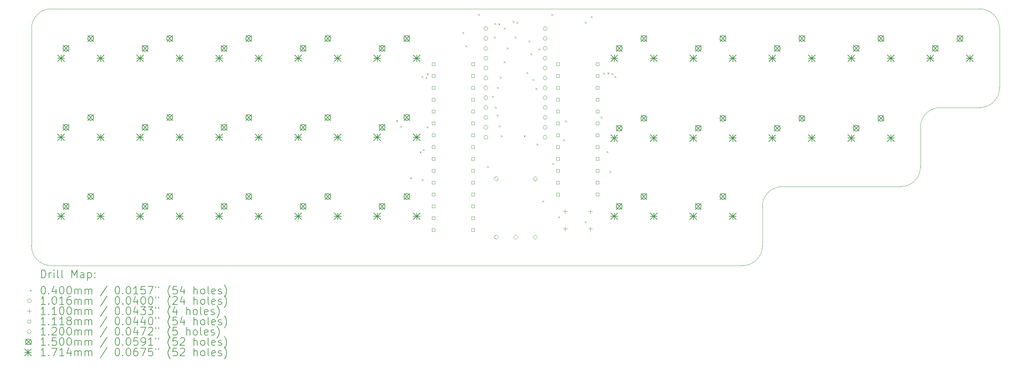
<source format=gbr>
%FSLAX45Y45*%
G04 Gerber Fmt 4.5, Leading zero omitted, Abs format (unit mm)*
G04 Created by KiCad (PCBNEW (6.0.2)) date 2022-03-21 22:21:22*
%MOMM*%
%LPD*%
G01*
G04 APERTURE LIST*
%TA.AperFunction,Profile*%
%ADD10C,0.050000*%
%TD*%
%ADD11C,0.200000*%
%ADD12C,0.040000*%
%ADD13C,0.101600*%
%ADD14C,0.110000*%
%ADD15C,0.111760*%
%ADD16C,0.120000*%
%ADD17C,0.150000*%
%ADD18C,0.171440*%
G04 APERTURE END LIST*
D10*
X19812000Y-13716000D02*
G75*
G03*
X20320000Y-13208000I0J508000D01*
G01*
X24892000Y-9652000D02*
G75*
G03*
X24384000Y-10160000I0J-508000D01*
G01*
X20828000Y-11684000D02*
G75*
G03*
X20320000Y-12192000I0J-508000D01*
G01*
X2032000Y-7112000D02*
G75*
G03*
X1524000Y-7620000I0J-508000D01*
G01*
X26416000Y-7620000D02*
X26416000Y-9144000D01*
X2032000Y-13716000D02*
X19812000Y-13716000D01*
X20320000Y-12192000D02*
X20320000Y-13208000D01*
X23876000Y-11684000D02*
X20828000Y-11684000D01*
X25908000Y-9652000D02*
G75*
G03*
X26416000Y-9144000I0J508000D01*
G01*
X1524000Y-13208000D02*
G75*
G03*
X2032000Y-13716000I508000J0D01*
G01*
X2032000Y-7112000D02*
X25908000Y-7112000D01*
X1524000Y-7620000D02*
X1524000Y-13208000D01*
X23876000Y-11684000D02*
G75*
G03*
X24384000Y-11176000I0J508000D01*
G01*
X26416000Y-7620000D02*
G75*
G03*
X25908000Y-7112000I-508000J0D01*
G01*
X25908000Y-9652000D02*
X24892000Y-9652000D01*
X24384000Y-10160000D02*
X24384000Y-11176000D01*
D11*
D12*
X10902000Y-9973001D02*
X10942000Y-10013001D01*
X10942000Y-9973001D02*
X10902000Y-10013001D01*
X11003600Y-10117901D02*
X11043600Y-10157901D01*
X11043600Y-10117901D02*
X11003600Y-10157901D01*
X11257600Y-11444998D02*
X11297600Y-11484998D01*
X11297600Y-11444998D02*
X11257600Y-11484998D01*
X11506528Y-10778631D02*
X11546528Y-10818631D01*
X11546528Y-10778631D02*
X11506528Y-10818631D01*
X11554839Y-8839620D02*
X11594839Y-8879620D01*
X11594839Y-8839620D02*
X11554839Y-8879620D01*
X11562400Y-11489950D02*
X11602400Y-11529950D01*
X11602400Y-11489950D02*
X11562400Y-11529950D01*
X11587800Y-10720450D02*
X11627800Y-10760450D01*
X11627800Y-10720450D02*
X11587800Y-10760450D01*
X11653079Y-8870000D02*
X11693079Y-8910000D01*
X11693079Y-8870000D02*
X11653079Y-8910000D01*
X11688970Y-8768830D02*
X11728970Y-8808830D01*
X11728970Y-8768830D02*
X11688970Y-8808830D01*
X11689400Y-10140000D02*
X11729400Y-10180000D01*
X11729400Y-10140000D02*
X11689400Y-10180000D01*
X12603800Y-7705350D02*
X12643800Y-7745350D01*
X12643800Y-7705350D02*
X12603800Y-7745350D01*
X12680000Y-8057200D02*
X12720000Y-8097200D01*
X12720000Y-8057200D02*
X12680000Y-8097200D01*
X13010200Y-7244400D02*
X13050200Y-7284400D01*
X13050200Y-7244400D02*
X13010200Y-7284400D01*
X13238800Y-11156000D02*
X13278800Y-11196000D01*
X13278800Y-11156000D02*
X13238800Y-11196000D01*
X13365800Y-9352600D02*
X13405800Y-9392600D01*
X13405800Y-9352600D02*
X13365800Y-9392600D01*
X13416600Y-7828600D02*
X13456600Y-7868600D01*
X13456600Y-7828600D02*
X13416600Y-7868600D01*
X13422470Y-7480590D02*
X13462470Y-7520590D01*
X13462470Y-7480590D02*
X13422470Y-7520590D01*
X13442000Y-9632000D02*
X13482000Y-9672000D01*
X13482000Y-9632000D02*
X13442000Y-9672000D01*
X13492800Y-9124000D02*
X13532800Y-9164000D01*
X13532800Y-9124000D02*
X13492800Y-9164000D01*
X13492800Y-9835200D02*
X13532800Y-9875200D01*
X13532800Y-9835200D02*
X13492800Y-9875200D01*
X13530470Y-7486130D02*
X13570470Y-7526130D01*
X13570470Y-7486130D02*
X13530470Y-7526130D01*
X13543600Y-10114600D02*
X13583600Y-10154600D01*
X13583600Y-10114600D02*
X13543600Y-10154600D01*
X13568999Y-8857301D02*
X13608999Y-8897301D01*
X13608999Y-8857301D02*
X13568999Y-8897301D01*
X13594400Y-10368600D02*
X13634400Y-10408600D01*
X13634400Y-10368600D02*
X13594400Y-10408600D01*
X13670600Y-7600000D02*
X13710600Y-7640000D01*
X13710600Y-7600000D02*
X13670600Y-7640000D01*
X13670600Y-8463600D02*
X13710600Y-8503600D01*
X13710600Y-8463600D02*
X13670600Y-8503600D01*
X13743050Y-8108000D02*
X13783050Y-8148000D01*
X13783050Y-8108000D02*
X13743050Y-8148000D01*
X13899200Y-7422200D02*
X13939200Y-7462200D01*
X13939200Y-7422200D02*
X13899200Y-7462200D01*
X13950000Y-7828600D02*
X13990000Y-7868600D01*
X13990000Y-7828600D02*
X13950000Y-7868600D01*
X14000800Y-7447600D02*
X14040800Y-7487600D01*
X14040800Y-7447600D02*
X14000800Y-7487600D01*
X14182350Y-10368600D02*
X14222350Y-10408600D01*
X14222350Y-10368600D02*
X14182350Y-10408600D01*
X14254800Y-8743000D02*
X14294800Y-8783000D01*
X14294800Y-8743000D02*
X14254800Y-8783000D01*
X14305600Y-7930200D02*
X14345600Y-7970200D01*
X14345600Y-7930200D02*
X14305600Y-7970200D01*
X14356400Y-8260400D02*
X14396400Y-8300400D01*
X14396400Y-8260400D02*
X14356400Y-8300400D01*
X14407200Y-8920800D02*
X14447200Y-8960800D01*
X14447200Y-8920800D02*
X14407200Y-8960800D01*
X14483400Y-9149400D02*
X14523400Y-9189400D01*
X14523400Y-9149400D02*
X14483400Y-9189400D01*
X14508800Y-10575550D02*
X14548800Y-10615550D01*
X14548800Y-10575550D02*
X14508800Y-10615550D01*
X14559600Y-8133400D02*
X14599600Y-8173400D01*
X14599600Y-8133400D02*
X14559600Y-8173400D01*
X14661200Y-12045000D02*
X14701200Y-12085000D01*
X14701200Y-12045000D02*
X14661200Y-12085000D01*
X14889800Y-7244400D02*
X14929800Y-7284400D01*
X14929800Y-7244400D02*
X14889800Y-7284400D01*
X14915200Y-11079800D02*
X14955200Y-11119800D01*
X14955200Y-11079800D02*
X14915200Y-11119800D01*
X15067600Y-12451400D02*
X15107600Y-12491400D01*
X15107600Y-12451400D02*
X15067600Y-12491400D01*
X15194600Y-10470200D02*
X15234600Y-10510200D01*
X15234600Y-10470200D02*
X15194600Y-10510200D01*
X15245400Y-9987600D02*
X15285400Y-10027600D01*
X15285400Y-9987600D02*
X15245400Y-10027600D01*
X15753400Y-7447600D02*
X15793400Y-7487600D01*
X15793400Y-7447600D02*
X15753400Y-7487600D01*
X15753400Y-12578400D02*
X15793400Y-12618400D01*
X15793400Y-12578400D02*
X15753400Y-12618400D01*
X15905800Y-7298950D02*
X15945800Y-7338950D01*
X15945800Y-7298950D02*
X15905800Y-7338950D01*
X16159800Y-9886000D02*
X16199800Y-9926000D01*
X16199800Y-9886000D02*
X16159800Y-9926000D01*
X16223730Y-8756130D02*
X16263730Y-8796130D01*
X16263730Y-8756130D02*
X16223730Y-8796130D01*
X16312200Y-10775000D02*
X16352200Y-10815000D01*
X16352200Y-10775000D02*
X16312200Y-10815000D01*
X16331730Y-8750590D02*
X16371730Y-8790590D01*
X16371730Y-8750590D02*
X16331730Y-8790590D01*
X16388400Y-11283000D02*
X16428400Y-11323000D01*
X16428400Y-11283000D02*
X16388400Y-11323000D01*
X16439200Y-8768400D02*
X16479200Y-8808400D01*
X16479200Y-8768400D02*
X16439200Y-8808400D01*
X16515400Y-8844600D02*
X16555400Y-8884600D01*
X16555400Y-8844600D02*
X16515400Y-8884600D01*
D13*
X13258800Y-7620000D02*
G75*
G03*
X13258800Y-7620000I-50800J0D01*
G01*
X13258800Y-7874000D02*
G75*
G03*
X13258800Y-7874000I-50800J0D01*
G01*
X13258800Y-8128000D02*
G75*
G03*
X13258800Y-8128000I-50800J0D01*
G01*
X13258800Y-8382000D02*
G75*
G03*
X13258800Y-8382000I-50800J0D01*
G01*
X13258800Y-8636000D02*
G75*
G03*
X13258800Y-8636000I-50800J0D01*
G01*
X13258800Y-8890000D02*
G75*
G03*
X13258800Y-8890000I-50800J0D01*
G01*
X13258800Y-9144000D02*
G75*
G03*
X13258800Y-9144000I-50800J0D01*
G01*
X13258800Y-9398000D02*
G75*
G03*
X13258800Y-9398000I-50800J0D01*
G01*
X13258800Y-9652000D02*
G75*
G03*
X13258800Y-9652000I-50800J0D01*
G01*
X13258800Y-9906000D02*
G75*
G03*
X13258800Y-9906000I-50800J0D01*
G01*
X13258800Y-10160000D02*
G75*
G03*
X13258800Y-10160000I-50800J0D01*
G01*
X13258800Y-10414000D02*
G75*
G03*
X13258800Y-10414000I-50800J0D01*
G01*
X14782800Y-7620000D02*
G75*
G03*
X14782800Y-7620000I-50800J0D01*
G01*
X14782800Y-7874000D02*
G75*
G03*
X14782800Y-7874000I-50800J0D01*
G01*
X14782800Y-8128000D02*
G75*
G03*
X14782800Y-8128000I-50800J0D01*
G01*
X14782800Y-8382000D02*
G75*
G03*
X14782800Y-8382000I-50800J0D01*
G01*
X14782800Y-8636000D02*
G75*
G03*
X14782800Y-8636000I-50800J0D01*
G01*
X14782800Y-8890000D02*
G75*
G03*
X14782800Y-8890000I-50800J0D01*
G01*
X14782800Y-9144000D02*
G75*
G03*
X14782800Y-9144000I-50800J0D01*
G01*
X14782800Y-9398000D02*
G75*
G03*
X14782800Y-9398000I-50800J0D01*
G01*
X14782800Y-9652000D02*
G75*
G03*
X14782800Y-9652000I-50800J0D01*
G01*
X14782800Y-9906000D02*
G75*
G03*
X14782800Y-9906000I-50800J0D01*
G01*
X14782800Y-10160000D02*
G75*
G03*
X14782800Y-10160000I-50800J0D01*
G01*
X14782800Y-10414000D02*
G75*
G03*
X14782800Y-10414000I-50800J0D01*
G01*
D14*
X15245200Y-12267600D02*
X15245200Y-12377600D01*
X15190200Y-12322600D02*
X15300200Y-12322600D01*
X15245200Y-12717600D02*
X15245200Y-12827600D01*
X15190200Y-12772600D02*
X15300200Y-12772600D01*
X15895200Y-12267600D02*
X15895200Y-12377600D01*
X15840200Y-12322600D02*
X15950200Y-12322600D01*
X15895200Y-12717600D02*
X15895200Y-12827600D01*
X15840200Y-12772600D02*
X15950200Y-12772600D01*
D15*
X11901313Y-8573914D02*
X11901313Y-8494887D01*
X11822286Y-8494887D01*
X11822286Y-8573914D01*
X11901313Y-8573914D01*
X11901313Y-8878714D02*
X11901313Y-8799687D01*
X11822286Y-8799687D01*
X11822286Y-8878714D01*
X11901313Y-8878714D01*
X11901313Y-9183514D02*
X11901313Y-9104487D01*
X11822286Y-9104487D01*
X11822286Y-9183514D01*
X11901313Y-9183514D01*
X11901313Y-9488314D02*
X11901313Y-9409287D01*
X11822286Y-9409287D01*
X11822286Y-9488314D01*
X11901313Y-9488314D01*
X11901313Y-9793114D02*
X11901313Y-9714087D01*
X11822286Y-9714087D01*
X11822286Y-9793114D01*
X11901313Y-9793114D01*
X11901313Y-10097914D02*
X11901313Y-10018887D01*
X11822286Y-10018887D01*
X11822286Y-10097914D01*
X11901313Y-10097914D01*
X11901313Y-10402714D02*
X11901313Y-10323687D01*
X11822286Y-10323687D01*
X11822286Y-10402714D01*
X11901313Y-10402714D01*
X11901313Y-10707514D02*
X11901313Y-10628487D01*
X11822286Y-10628487D01*
X11822286Y-10707514D01*
X11901313Y-10707514D01*
X11901313Y-11012314D02*
X11901313Y-10933287D01*
X11822286Y-10933287D01*
X11822286Y-11012314D01*
X11901313Y-11012314D01*
X11901313Y-11317113D02*
X11901313Y-11238086D01*
X11822286Y-11238086D01*
X11822286Y-11317113D01*
X11901313Y-11317113D01*
X11901313Y-11621913D02*
X11901313Y-11542886D01*
X11822286Y-11542886D01*
X11822286Y-11621913D01*
X11901313Y-11621913D01*
X11901313Y-11926713D02*
X11901313Y-11847686D01*
X11822286Y-11847686D01*
X11822286Y-11926713D01*
X11901313Y-11926713D01*
X11901313Y-12231513D02*
X11901313Y-12152486D01*
X11822286Y-12152486D01*
X11822286Y-12231513D01*
X11901313Y-12231513D01*
X11901313Y-12536313D02*
X11901313Y-12457286D01*
X11822286Y-12457286D01*
X11822286Y-12536313D01*
X11901313Y-12536313D01*
X11901313Y-12841113D02*
X11901313Y-12762086D01*
X11822286Y-12762086D01*
X11822286Y-12841113D01*
X11901313Y-12841113D01*
X12917313Y-8573914D02*
X12917313Y-8494887D01*
X12838286Y-8494887D01*
X12838286Y-8573914D01*
X12917313Y-8573914D01*
X12917313Y-8878714D02*
X12917313Y-8799687D01*
X12838286Y-8799687D01*
X12838286Y-8878714D01*
X12917313Y-8878714D01*
X12917313Y-9183514D02*
X12917313Y-9104487D01*
X12838286Y-9104487D01*
X12838286Y-9183514D01*
X12917313Y-9183514D01*
X12917313Y-9488314D02*
X12917313Y-9409287D01*
X12838286Y-9409287D01*
X12838286Y-9488314D01*
X12917313Y-9488314D01*
X12917313Y-9793114D02*
X12917313Y-9714087D01*
X12838286Y-9714087D01*
X12838286Y-9793114D01*
X12917313Y-9793114D01*
X12917313Y-10097914D02*
X12917313Y-10018887D01*
X12838286Y-10018887D01*
X12838286Y-10097914D01*
X12917313Y-10097914D01*
X12917313Y-10402714D02*
X12917313Y-10323687D01*
X12838286Y-10323687D01*
X12838286Y-10402714D01*
X12917313Y-10402714D01*
X12917313Y-10707514D02*
X12917313Y-10628487D01*
X12838286Y-10628487D01*
X12838286Y-10707514D01*
X12917313Y-10707514D01*
X12917313Y-11012314D02*
X12917313Y-10933287D01*
X12838286Y-10933287D01*
X12838286Y-11012314D01*
X12917313Y-11012314D01*
X12917313Y-11317113D02*
X12917313Y-11238086D01*
X12838286Y-11238086D01*
X12838286Y-11317113D01*
X12917313Y-11317113D01*
X12917313Y-11621913D02*
X12917313Y-11542886D01*
X12838286Y-11542886D01*
X12838286Y-11621913D01*
X12917313Y-11621913D01*
X12917313Y-11926713D02*
X12917313Y-11847686D01*
X12838286Y-11847686D01*
X12838286Y-11926713D01*
X12917313Y-11926713D01*
X12917313Y-12231513D02*
X12917313Y-12152486D01*
X12838286Y-12152486D01*
X12838286Y-12231513D01*
X12917313Y-12231513D01*
X12917313Y-12536313D02*
X12917313Y-12457286D01*
X12838286Y-12457286D01*
X12838286Y-12536313D01*
X12917313Y-12536313D01*
X12917313Y-12841113D02*
X12917313Y-12762086D01*
X12838286Y-12762086D01*
X12838286Y-12841113D01*
X12917313Y-12841113D01*
X15101713Y-8573914D02*
X15101713Y-8494887D01*
X15022686Y-8494887D01*
X15022686Y-8573914D01*
X15101713Y-8573914D01*
X15101713Y-8878714D02*
X15101713Y-8799687D01*
X15022686Y-8799687D01*
X15022686Y-8878714D01*
X15101713Y-8878714D01*
X15101713Y-9183514D02*
X15101713Y-9104487D01*
X15022686Y-9104487D01*
X15022686Y-9183514D01*
X15101713Y-9183514D01*
X15101713Y-9488314D02*
X15101713Y-9409287D01*
X15022686Y-9409287D01*
X15022686Y-9488314D01*
X15101713Y-9488314D01*
X15101713Y-9793114D02*
X15101713Y-9714087D01*
X15022686Y-9714087D01*
X15022686Y-9793114D01*
X15101713Y-9793114D01*
X15101713Y-10097914D02*
X15101713Y-10018887D01*
X15022686Y-10018887D01*
X15022686Y-10097914D01*
X15101713Y-10097914D01*
X15101713Y-10402714D02*
X15101713Y-10323687D01*
X15022686Y-10323687D01*
X15022686Y-10402714D01*
X15101713Y-10402714D01*
X15101713Y-10707514D02*
X15101713Y-10628487D01*
X15022686Y-10628487D01*
X15022686Y-10707514D01*
X15101713Y-10707514D01*
X15101713Y-11012314D02*
X15101713Y-10933287D01*
X15022686Y-10933287D01*
X15022686Y-11012314D01*
X15101713Y-11012314D01*
X15101713Y-11317113D02*
X15101713Y-11238086D01*
X15022686Y-11238086D01*
X15022686Y-11317113D01*
X15101713Y-11317113D01*
X15101713Y-11621913D02*
X15101713Y-11542886D01*
X15022686Y-11542886D01*
X15022686Y-11621913D01*
X15101713Y-11621913D01*
X15101713Y-11926713D02*
X15101713Y-11847686D01*
X15022686Y-11847686D01*
X15022686Y-11926713D01*
X15101713Y-11926713D01*
X16117713Y-8573914D02*
X16117713Y-8494887D01*
X16038686Y-8494887D01*
X16038686Y-8573914D01*
X16117713Y-8573914D01*
X16117713Y-8878714D02*
X16117713Y-8799687D01*
X16038686Y-8799687D01*
X16038686Y-8878714D01*
X16117713Y-8878714D01*
X16117713Y-9183514D02*
X16117713Y-9104487D01*
X16038686Y-9104487D01*
X16038686Y-9183514D01*
X16117713Y-9183514D01*
X16117713Y-9488314D02*
X16117713Y-9409287D01*
X16038686Y-9409287D01*
X16038686Y-9488314D01*
X16117713Y-9488314D01*
X16117713Y-9793114D02*
X16117713Y-9714087D01*
X16038686Y-9714087D01*
X16038686Y-9793114D01*
X16117713Y-9793114D01*
X16117713Y-10097914D02*
X16117713Y-10018887D01*
X16038686Y-10018887D01*
X16038686Y-10097914D01*
X16117713Y-10097914D01*
X16117713Y-10402714D02*
X16117713Y-10323687D01*
X16038686Y-10323687D01*
X16038686Y-10402714D01*
X16117713Y-10402714D01*
X16117713Y-10707514D02*
X16117713Y-10628487D01*
X16038686Y-10628487D01*
X16038686Y-10707514D01*
X16117713Y-10707514D01*
X16117713Y-11012314D02*
X16117713Y-10933287D01*
X16038686Y-10933287D01*
X16038686Y-11012314D01*
X16117713Y-11012314D01*
X16117713Y-11317113D02*
X16117713Y-11238086D01*
X16038686Y-11238086D01*
X16038686Y-11317113D01*
X16117713Y-11317113D01*
X16117713Y-11621913D02*
X16117713Y-11542886D01*
X16038686Y-11542886D01*
X16038686Y-11621913D01*
X16117713Y-11621913D01*
X16117713Y-11926713D02*
X16117713Y-11847686D01*
X16038686Y-11847686D01*
X16038686Y-11926713D01*
X16117713Y-11926713D01*
D16*
X13470000Y-11538000D02*
X13530000Y-11478000D01*
X13470000Y-11418000D01*
X13410000Y-11478000D01*
X13470000Y-11538000D01*
X13470000Y-13038000D02*
X13530000Y-12978000D01*
X13470000Y-12918000D01*
X13410000Y-12978000D01*
X13470000Y-13038000D01*
X13970000Y-13038000D02*
X14030000Y-12978000D01*
X13970000Y-12918000D01*
X13910000Y-12978000D01*
X13970000Y-13038000D01*
X14470000Y-11538000D02*
X14530000Y-11478000D01*
X14470000Y-11418000D01*
X14410000Y-11478000D01*
X14470000Y-11538000D01*
X14470000Y-13038000D02*
X14530000Y-12978000D01*
X14470000Y-12918000D01*
X14410000Y-12978000D01*
X14470000Y-13038000D01*
D17*
X2338000Y-8053000D02*
X2488000Y-8203000D01*
X2488000Y-8053000D02*
X2338000Y-8203000D01*
X2488000Y-8128000D02*
G75*
G03*
X2488000Y-8128000I-75000J0D01*
G01*
X2338000Y-10085000D02*
X2488000Y-10235000D01*
X2488000Y-10085000D02*
X2338000Y-10235000D01*
X2488000Y-10160000D02*
G75*
G03*
X2488000Y-10160000I-75000J0D01*
G01*
X2338000Y-12117000D02*
X2488000Y-12267000D01*
X2488000Y-12117000D02*
X2338000Y-12267000D01*
X2488000Y-12192000D02*
G75*
G03*
X2488000Y-12192000I-75000J0D01*
G01*
X2973000Y-7799000D02*
X3123000Y-7949000D01*
X3123000Y-7799000D02*
X2973000Y-7949000D01*
X3123000Y-7874000D02*
G75*
G03*
X3123000Y-7874000I-75000J0D01*
G01*
X2973000Y-9831000D02*
X3123000Y-9981000D01*
X3123000Y-9831000D02*
X2973000Y-9981000D01*
X3123000Y-9906000D02*
G75*
G03*
X3123000Y-9906000I-75000J0D01*
G01*
X2973000Y-11863000D02*
X3123000Y-12013000D01*
X3123000Y-11863000D02*
X2973000Y-12013000D01*
X3123000Y-11938000D02*
G75*
G03*
X3123000Y-11938000I-75000J0D01*
G01*
X4370000Y-8053000D02*
X4520000Y-8203000D01*
X4520000Y-8053000D02*
X4370000Y-8203000D01*
X4520000Y-8128000D02*
G75*
G03*
X4520000Y-8128000I-75000J0D01*
G01*
X4370000Y-10085000D02*
X4520000Y-10235000D01*
X4520000Y-10085000D02*
X4370000Y-10235000D01*
X4520000Y-10160000D02*
G75*
G03*
X4520000Y-10160000I-75000J0D01*
G01*
X4370000Y-12117000D02*
X4520000Y-12267000D01*
X4520000Y-12117000D02*
X4370000Y-12267000D01*
X4520000Y-12192000D02*
G75*
G03*
X4520000Y-12192000I-75000J0D01*
G01*
X5005000Y-7799000D02*
X5155000Y-7949000D01*
X5155000Y-7799000D02*
X5005000Y-7949000D01*
X5155000Y-7874000D02*
G75*
G03*
X5155000Y-7874000I-75000J0D01*
G01*
X5005000Y-9831000D02*
X5155000Y-9981000D01*
X5155000Y-9831000D02*
X5005000Y-9981000D01*
X5155000Y-9906000D02*
G75*
G03*
X5155000Y-9906000I-75000J0D01*
G01*
X5005000Y-11863000D02*
X5155000Y-12013000D01*
X5155000Y-11863000D02*
X5005000Y-12013000D01*
X5155000Y-11938000D02*
G75*
G03*
X5155000Y-11938000I-75000J0D01*
G01*
X6402000Y-8053000D02*
X6552000Y-8203000D01*
X6552000Y-8053000D02*
X6402000Y-8203000D01*
X6552000Y-8128000D02*
G75*
G03*
X6552000Y-8128000I-75000J0D01*
G01*
X6402000Y-10085000D02*
X6552000Y-10235000D01*
X6552000Y-10085000D02*
X6402000Y-10235000D01*
X6552000Y-10160000D02*
G75*
G03*
X6552000Y-10160000I-75000J0D01*
G01*
X6402000Y-12117000D02*
X6552000Y-12267000D01*
X6552000Y-12117000D02*
X6402000Y-12267000D01*
X6552000Y-12192000D02*
G75*
G03*
X6552000Y-12192000I-75000J0D01*
G01*
X7037000Y-7799000D02*
X7187000Y-7949000D01*
X7187000Y-7799000D02*
X7037000Y-7949000D01*
X7187000Y-7874000D02*
G75*
G03*
X7187000Y-7874000I-75000J0D01*
G01*
X7037000Y-9831000D02*
X7187000Y-9981000D01*
X7187000Y-9831000D02*
X7037000Y-9981000D01*
X7187000Y-9906000D02*
G75*
G03*
X7187000Y-9906000I-75000J0D01*
G01*
X7037000Y-11863000D02*
X7187000Y-12013000D01*
X7187000Y-11863000D02*
X7037000Y-12013000D01*
X7187000Y-11938000D02*
G75*
G03*
X7187000Y-11938000I-75000J0D01*
G01*
X8434000Y-8053000D02*
X8584000Y-8203000D01*
X8584000Y-8053000D02*
X8434000Y-8203000D01*
X8584000Y-8128000D02*
G75*
G03*
X8584000Y-8128000I-75000J0D01*
G01*
X8434000Y-10085000D02*
X8584000Y-10235000D01*
X8584000Y-10085000D02*
X8434000Y-10235000D01*
X8584000Y-10160000D02*
G75*
G03*
X8584000Y-10160000I-75000J0D01*
G01*
X8434000Y-12117000D02*
X8584000Y-12267000D01*
X8584000Y-12117000D02*
X8434000Y-12267000D01*
X8584000Y-12192000D02*
G75*
G03*
X8584000Y-12192000I-75000J0D01*
G01*
X9069000Y-7799000D02*
X9219000Y-7949000D01*
X9219000Y-7799000D02*
X9069000Y-7949000D01*
X9219000Y-7874000D02*
G75*
G03*
X9219000Y-7874000I-75000J0D01*
G01*
X9069000Y-9831000D02*
X9219000Y-9981000D01*
X9219000Y-9831000D02*
X9069000Y-9981000D01*
X9219000Y-9906000D02*
G75*
G03*
X9219000Y-9906000I-75000J0D01*
G01*
X9069000Y-11863000D02*
X9219000Y-12013000D01*
X9219000Y-11863000D02*
X9069000Y-12013000D01*
X9219000Y-11938000D02*
G75*
G03*
X9219000Y-11938000I-75000J0D01*
G01*
X10466000Y-8053000D02*
X10616000Y-8203000D01*
X10616000Y-8053000D02*
X10466000Y-8203000D01*
X10616000Y-8128000D02*
G75*
G03*
X10616000Y-8128000I-75000J0D01*
G01*
X10466000Y-10085000D02*
X10616000Y-10235000D01*
X10616000Y-10085000D02*
X10466000Y-10235000D01*
X10616000Y-10160000D02*
G75*
G03*
X10616000Y-10160000I-75000J0D01*
G01*
X10466000Y-12117000D02*
X10616000Y-12267000D01*
X10616000Y-12117000D02*
X10466000Y-12267000D01*
X10616000Y-12192000D02*
G75*
G03*
X10616000Y-12192000I-75000J0D01*
G01*
X11101000Y-7799000D02*
X11251000Y-7949000D01*
X11251000Y-7799000D02*
X11101000Y-7949000D01*
X11251000Y-7874000D02*
G75*
G03*
X11251000Y-7874000I-75000J0D01*
G01*
X11101000Y-9831000D02*
X11251000Y-9981000D01*
X11251000Y-9831000D02*
X11101000Y-9981000D01*
X11251000Y-9906000D02*
G75*
G03*
X11251000Y-9906000I-75000J0D01*
G01*
X11101000Y-11863000D02*
X11251000Y-12013000D01*
X11251000Y-11863000D02*
X11101000Y-12013000D01*
X11251000Y-11938000D02*
G75*
G03*
X11251000Y-11938000I-75000J0D01*
G01*
X16562000Y-8053000D02*
X16712000Y-8203000D01*
X16712000Y-8053000D02*
X16562000Y-8203000D01*
X16712000Y-8128000D02*
G75*
G03*
X16712000Y-8128000I-75000J0D01*
G01*
X16562000Y-10107000D02*
X16712000Y-10257000D01*
X16712000Y-10107000D02*
X16562000Y-10257000D01*
X16712000Y-10182000D02*
G75*
G03*
X16712000Y-10182000I-75000J0D01*
G01*
X16562000Y-12117000D02*
X16712000Y-12267000D01*
X16712000Y-12117000D02*
X16562000Y-12267000D01*
X16712000Y-12192000D02*
G75*
G03*
X16712000Y-12192000I-75000J0D01*
G01*
X17197000Y-7799000D02*
X17347000Y-7949000D01*
X17347000Y-7799000D02*
X17197000Y-7949000D01*
X17347000Y-7874000D02*
G75*
G03*
X17347000Y-7874000I-75000J0D01*
G01*
X17197000Y-9853000D02*
X17347000Y-10003000D01*
X17347000Y-9853000D02*
X17197000Y-10003000D01*
X17347000Y-9928000D02*
G75*
G03*
X17347000Y-9928000I-75000J0D01*
G01*
X17197000Y-11863000D02*
X17347000Y-12013000D01*
X17347000Y-11863000D02*
X17197000Y-12013000D01*
X17347000Y-11938000D02*
G75*
G03*
X17347000Y-11938000I-75000J0D01*
G01*
X18594000Y-8053000D02*
X18744000Y-8203000D01*
X18744000Y-8053000D02*
X18594000Y-8203000D01*
X18744000Y-8128000D02*
G75*
G03*
X18744000Y-8128000I-75000J0D01*
G01*
X18594000Y-10107000D02*
X18744000Y-10257000D01*
X18744000Y-10107000D02*
X18594000Y-10257000D01*
X18744000Y-10182000D02*
G75*
G03*
X18744000Y-10182000I-75000J0D01*
G01*
X18594000Y-12117000D02*
X18744000Y-12267000D01*
X18744000Y-12117000D02*
X18594000Y-12267000D01*
X18744000Y-12192000D02*
G75*
G03*
X18744000Y-12192000I-75000J0D01*
G01*
X19229000Y-7799000D02*
X19379000Y-7949000D01*
X19379000Y-7799000D02*
X19229000Y-7949000D01*
X19379000Y-7874000D02*
G75*
G03*
X19379000Y-7874000I-75000J0D01*
G01*
X19229000Y-9853000D02*
X19379000Y-10003000D01*
X19379000Y-9853000D02*
X19229000Y-10003000D01*
X19379000Y-9928000D02*
G75*
G03*
X19379000Y-9928000I-75000J0D01*
G01*
X19229000Y-11863000D02*
X19379000Y-12013000D01*
X19379000Y-11863000D02*
X19229000Y-12013000D01*
X19379000Y-11938000D02*
G75*
G03*
X19379000Y-11938000I-75000J0D01*
G01*
X20626000Y-8053000D02*
X20776000Y-8203000D01*
X20776000Y-8053000D02*
X20626000Y-8203000D01*
X20776000Y-8128000D02*
G75*
G03*
X20776000Y-8128000I-75000J0D01*
G01*
X20626000Y-10107000D02*
X20776000Y-10257000D01*
X20776000Y-10107000D02*
X20626000Y-10257000D01*
X20776000Y-10182000D02*
G75*
G03*
X20776000Y-10182000I-75000J0D01*
G01*
X21261000Y-7799000D02*
X21411000Y-7949000D01*
X21411000Y-7799000D02*
X21261000Y-7949000D01*
X21411000Y-7874000D02*
G75*
G03*
X21411000Y-7874000I-75000J0D01*
G01*
X21261000Y-9853000D02*
X21411000Y-10003000D01*
X21411000Y-9853000D02*
X21261000Y-10003000D01*
X21411000Y-9928000D02*
G75*
G03*
X21411000Y-9928000I-75000J0D01*
G01*
X22658000Y-8053000D02*
X22808000Y-8203000D01*
X22808000Y-8053000D02*
X22658000Y-8203000D01*
X22808000Y-8128000D02*
G75*
G03*
X22808000Y-8128000I-75000J0D01*
G01*
X22658000Y-10107000D02*
X22808000Y-10257000D01*
X22808000Y-10107000D02*
X22658000Y-10257000D01*
X22808000Y-10182000D02*
G75*
G03*
X22808000Y-10182000I-75000J0D01*
G01*
X23293000Y-7799000D02*
X23443000Y-7949000D01*
X23443000Y-7799000D02*
X23293000Y-7949000D01*
X23443000Y-7874000D02*
G75*
G03*
X23443000Y-7874000I-75000J0D01*
G01*
X23293000Y-9853000D02*
X23443000Y-10003000D01*
X23443000Y-9853000D02*
X23293000Y-10003000D01*
X23443000Y-9928000D02*
G75*
G03*
X23443000Y-9928000I-75000J0D01*
G01*
X24690000Y-8053000D02*
X24840000Y-8203000D01*
X24840000Y-8053000D02*
X24690000Y-8203000D01*
X24840000Y-8128000D02*
G75*
G03*
X24840000Y-8128000I-75000J0D01*
G01*
X25325000Y-7799000D02*
X25475000Y-7949000D01*
X25475000Y-7799000D02*
X25325000Y-7949000D01*
X25475000Y-7874000D02*
G75*
G03*
X25475000Y-7874000I-75000J0D01*
G01*
D18*
X2200280Y-8296280D02*
X2371720Y-8467720D01*
X2371720Y-8296280D02*
X2200280Y-8467720D01*
X2286000Y-8296280D02*
X2286000Y-8467720D01*
X2200280Y-8382000D02*
X2371720Y-8382000D01*
X2200280Y-10328280D02*
X2371720Y-10499720D01*
X2371720Y-10328280D02*
X2200280Y-10499720D01*
X2286000Y-10328280D02*
X2286000Y-10499720D01*
X2200280Y-10414000D02*
X2371720Y-10414000D01*
X2200280Y-12360280D02*
X2371720Y-12531720D01*
X2371720Y-12360280D02*
X2200280Y-12531720D01*
X2286000Y-12360280D02*
X2286000Y-12531720D01*
X2200280Y-12446000D02*
X2371720Y-12446000D01*
X3216280Y-8296280D02*
X3387720Y-8467720D01*
X3387720Y-8296280D02*
X3216280Y-8467720D01*
X3302000Y-8296280D02*
X3302000Y-8467720D01*
X3216280Y-8382000D02*
X3387720Y-8382000D01*
X3216280Y-10328280D02*
X3387720Y-10499720D01*
X3387720Y-10328280D02*
X3216280Y-10499720D01*
X3302000Y-10328280D02*
X3302000Y-10499720D01*
X3216280Y-10414000D02*
X3387720Y-10414000D01*
X3216280Y-12360280D02*
X3387720Y-12531720D01*
X3387720Y-12360280D02*
X3216280Y-12531720D01*
X3302000Y-12360280D02*
X3302000Y-12531720D01*
X3216280Y-12446000D02*
X3387720Y-12446000D01*
X4232280Y-8296280D02*
X4403720Y-8467720D01*
X4403720Y-8296280D02*
X4232280Y-8467720D01*
X4318000Y-8296280D02*
X4318000Y-8467720D01*
X4232280Y-8382000D02*
X4403720Y-8382000D01*
X4232280Y-10328280D02*
X4403720Y-10499720D01*
X4403720Y-10328280D02*
X4232280Y-10499720D01*
X4318000Y-10328280D02*
X4318000Y-10499720D01*
X4232280Y-10414000D02*
X4403720Y-10414000D01*
X4232280Y-12360280D02*
X4403720Y-12531720D01*
X4403720Y-12360280D02*
X4232280Y-12531720D01*
X4318000Y-12360280D02*
X4318000Y-12531720D01*
X4232280Y-12446000D02*
X4403720Y-12446000D01*
X5248280Y-8296280D02*
X5419720Y-8467720D01*
X5419720Y-8296280D02*
X5248280Y-8467720D01*
X5334000Y-8296280D02*
X5334000Y-8467720D01*
X5248280Y-8382000D02*
X5419720Y-8382000D01*
X5248280Y-10328280D02*
X5419720Y-10499720D01*
X5419720Y-10328280D02*
X5248280Y-10499720D01*
X5334000Y-10328280D02*
X5334000Y-10499720D01*
X5248280Y-10414000D02*
X5419720Y-10414000D01*
X5248280Y-12360280D02*
X5419720Y-12531720D01*
X5419720Y-12360280D02*
X5248280Y-12531720D01*
X5334000Y-12360280D02*
X5334000Y-12531720D01*
X5248280Y-12446000D02*
X5419720Y-12446000D01*
X6264280Y-8296280D02*
X6435720Y-8467720D01*
X6435720Y-8296280D02*
X6264280Y-8467720D01*
X6350000Y-8296280D02*
X6350000Y-8467720D01*
X6264280Y-8382000D02*
X6435720Y-8382000D01*
X6264280Y-10328280D02*
X6435720Y-10499720D01*
X6435720Y-10328280D02*
X6264280Y-10499720D01*
X6350000Y-10328280D02*
X6350000Y-10499720D01*
X6264280Y-10414000D02*
X6435720Y-10414000D01*
X6264280Y-12360280D02*
X6435720Y-12531720D01*
X6435720Y-12360280D02*
X6264280Y-12531720D01*
X6350000Y-12360280D02*
X6350000Y-12531720D01*
X6264280Y-12446000D02*
X6435720Y-12446000D01*
X7280280Y-8296280D02*
X7451720Y-8467720D01*
X7451720Y-8296280D02*
X7280280Y-8467720D01*
X7366000Y-8296280D02*
X7366000Y-8467720D01*
X7280280Y-8382000D02*
X7451720Y-8382000D01*
X7280280Y-10328280D02*
X7451720Y-10499720D01*
X7451720Y-10328280D02*
X7280280Y-10499720D01*
X7366000Y-10328280D02*
X7366000Y-10499720D01*
X7280280Y-10414000D02*
X7451720Y-10414000D01*
X7280280Y-12360280D02*
X7451720Y-12531720D01*
X7451720Y-12360280D02*
X7280280Y-12531720D01*
X7366000Y-12360280D02*
X7366000Y-12531720D01*
X7280280Y-12446000D02*
X7451720Y-12446000D01*
X8296280Y-8296280D02*
X8467720Y-8467720D01*
X8467720Y-8296280D02*
X8296280Y-8467720D01*
X8382000Y-8296280D02*
X8382000Y-8467720D01*
X8296280Y-8382000D02*
X8467720Y-8382000D01*
X8296280Y-10328280D02*
X8467720Y-10499720D01*
X8467720Y-10328280D02*
X8296280Y-10499720D01*
X8382000Y-10328280D02*
X8382000Y-10499720D01*
X8296280Y-10414000D02*
X8467720Y-10414000D01*
X8296280Y-12360280D02*
X8467720Y-12531720D01*
X8467720Y-12360280D02*
X8296280Y-12531720D01*
X8382000Y-12360280D02*
X8382000Y-12531720D01*
X8296280Y-12446000D02*
X8467720Y-12446000D01*
X9312280Y-8296280D02*
X9483720Y-8467720D01*
X9483720Y-8296280D02*
X9312280Y-8467720D01*
X9398000Y-8296280D02*
X9398000Y-8467720D01*
X9312280Y-8382000D02*
X9483720Y-8382000D01*
X9312280Y-10328280D02*
X9483720Y-10499720D01*
X9483720Y-10328280D02*
X9312280Y-10499720D01*
X9398000Y-10328280D02*
X9398000Y-10499720D01*
X9312280Y-10414000D02*
X9483720Y-10414000D01*
X9312280Y-12360280D02*
X9483720Y-12531720D01*
X9483720Y-12360280D02*
X9312280Y-12531720D01*
X9398000Y-12360280D02*
X9398000Y-12531720D01*
X9312280Y-12446000D02*
X9483720Y-12446000D01*
X10328280Y-8296280D02*
X10499720Y-8467720D01*
X10499720Y-8296280D02*
X10328280Y-8467720D01*
X10414000Y-8296280D02*
X10414000Y-8467720D01*
X10328280Y-8382000D02*
X10499720Y-8382000D01*
X10328280Y-10328280D02*
X10499720Y-10499720D01*
X10499720Y-10328280D02*
X10328280Y-10499720D01*
X10414000Y-10328280D02*
X10414000Y-10499720D01*
X10328280Y-10414000D02*
X10499720Y-10414000D01*
X10328280Y-12360280D02*
X10499720Y-12531720D01*
X10499720Y-12360280D02*
X10328280Y-12531720D01*
X10414000Y-12360280D02*
X10414000Y-12531720D01*
X10328280Y-12446000D02*
X10499720Y-12446000D01*
X11344280Y-8296280D02*
X11515720Y-8467720D01*
X11515720Y-8296280D02*
X11344280Y-8467720D01*
X11430000Y-8296280D02*
X11430000Y-8467720D01*
X11344280Y-8382000D02*
X11515720Y-8382000D01*
X11344280Y-10328280D02*
X11515720Y-10499720D01*
X11515720Y-10328280D02*
X11344280Y-10499720D01*
X11430000Y-10328280D02*
X11430000Y-10499720D01*
X11344280Y-10414000D02*
X11515720Y-10414000D01*
X11344280Y-12360280D02*
X11515720Y-12531720D01*
X11515720Y-12360280D02*
X11344280Y-12531720D01*
X11430000Y-12360280D02*
X11430000Y-12531720D01*
X11344280Y-12446000D02*
X11515720Y-12446000D01*
X16424280Y-8296280D02*
X16595720Y-8467720D01*
X16595720Y-8296280D02*
X16424280Y-8467720D01*
X16510000Y-8296280D02*
X16510000Y-8467720D01*
X16424280Y-8382000D02*
X16595720Y-8382000D01*
X16424280Y-10350280D02*
X16595720Y-10521720D01*
X16595720Y-10350280D02*
X16424280Y-10521720D01*
X16510000Y-10350280D02*
X16510000Y-10521720D01*
X16424280Y-10436000D02*
X16595720Y-10436000D01*
X16424280Y-12360280D02*
X16595720Y-12531720D01*
X16595720Y-12360280D02*
X16424280Y-12531720D01*
X16510000Y-12360280D02*
X16510000Y-12531720D01*
X16424280Y-12446000D02*
X16595720Y-12446000D01*
X17440280Y-8296280D02*
X17611720Y-8467720D01*
X17611720Y-8296280D02*
X17440280Y-8467720D01*
X17526000Y-8296280D02*
X17526000Y-8467720D01*
X17440280Y-8382000D02*
X17611720Y-8382000D01*
X17440280Y-10350280D02*
X17611720Y-10521720D01*
X17611720Y-10350280D02*
X17440280Y-10521720D01*
X17526000Y-10350280D02*
X17526000Y-10521720D01*
X17440280Y-10436000D02*
X17611720Y-10436000D01*
X17440280Y-12360280D02*
X17611720Y-12531720D01*
X17611720Y-12360280D02*
X17440280Y-12531720D01*
X17526000Y-12360280D02*
X17526000Y-12531720D01*
X17440280Y-12446000D02*
X17611720Y-12446000D01*
X18456280Y-8296280D02*
X18627720Y-8467720D01*
X18627720Y-8296280D02*
X18456280Y-8467720D01*
X18542000Y-8296280D02*
X18542000Y-8467720D01*
X18456280Y-8382000D02*
X18627720Y-8382000D01*
X18456280Y-10350280D02*
X18627720Y-10521720D01*
X18627720Y-10350280D02*
X18456280Y-10521720D01*
X18542000Y-10350280D02*
X18542000Y-10521720D01*
X18456280Y-10436000D02*
X18627720Y-10436000D01*
X18456280Y-12360280D02*
X18627720Y-12531720D01*
X18627720Y-12360280D02*
X18456280Y-12531720D01*
X18542000Y-12360280D02*
X18542000Y-12531720D01*
X18456280Y-12446000D02*
X18627720Y-12446000D01*
X19472280Y-8296280D02*
X19643720Y-8467720D01*
X19643720Y-8296280D02*
X19472280Y-8467720D01*
X19558000Y-8296280D02*
X19558000Y-8467720D01*
X19472280Y-8382000D02*
X19643720Y-8382000D01*
X19472280Y-10350280D02*
X19643720Y-10521720D01*
X19643720Y-10350280D02*
X19472280Y-10521720D01*
X19558000Y-10350280D02*
X19558000Y-10521720D01*
X19472280Y-10436000D02*
X19643720Y-10436000D01*
X19472280Y-12360280D02*
X19643720Y-12531720D01*
X19643720Y-12360280D02*
X19472280Y-12531720D01*
X19558000Y-12360280D02*
X19558000Y-12531720D01*
X19472280Y-12446000D02*
X19643720Y-12446000D01*
X20488280Y-8296280D02*
X20659720Y-8467720D01*
X20659720Y-8296280D02*
X20488280Y-8467720D01*
X20574000Y-8296280D02*
X20574000Y-8467720D01*
X20488280Y-8382000D02*
X20659720Y-8382000D01*
X20488280Y-10350280D02*
X20659720Y-10521720D01*
X20659720Y-10350280D02*
X20488280Y-10521720D01*
X20574000Y-10350280D02*
X20574000Y-10521720D01*
X20488280Y-10436000D02*
X20659720Y-10436000D01*
X21504280Y-8296280D02*
X21675720Y-8467720D01*
X21675720Y-8296280D02*
X21504280Y-8467720D01*
X21590000Y-8296280D02*
X21590000Y-8467720D01*
X21504280Y-8382000D02*
X21675720Y-8382000D01*
X21504280Y-10350280D02*
X21675720Y-10521720D01*
X21675720Y-10350280D02*
X21504280Y-10521720D01*
X21590000Y-10350280D02*
X21590000Y-10521720D01*
X21504280Y-10436000D02*
X21675720Y-10436000D01*
X22520280Y-8296280D02*
X22691720Y-8467720D01*
X22691720Y-8296280D02*
X22520280Y-8467720D01*
X22606000Y-8296280D02*
X22606000Y-8467720D01*
X22520280Y-8382000D02*
X22691720Y-8382000D01*
X22520280Y-10350280D02*
X22691720Y-10521720D01*
X22691720Y-10350280D02*
X22520280Y-10521720D01*
X22606000Y-10350280D02*
X22606000Y-10521720D01*
X22520280Y-10436000D02*
X22691720Y-10436000D01*
X23536280Y-8296280D02*
X23707720Y-8467720D01*
X23707720Y-8296280D02*
X23536280Y-8467720D01*
X23622000Y-8296280D02*
X23622000Y-8467720D01*
X23536280Y-8382000D02*
X23707720Y-8382000D01*
X23536280Y-10350280D02*
X23707720Y-10521720D01*
X23707720Y-10350280D02*
X23536280Y-10521720D01*
X23622000Y-10350280D02*
X23622000Y-10521720D01*
X23536280Y-10436000D02*
X23707720Y-10436000D01*
X24552280Y-8296280D02*
X24723720Y-8467720D01*
X24723720Y-8296280D02*
X24552280Y-8467720D01*
X24638000Y-8296280D02*
X24638000Y-8467720D01*
X24552280Y-8382000D02*
X24723720Y-8382000D01*
X25568280Y-8296280D02*
X25739720Y-8467720D01*
X25739720Y-8296280D02*
X25568280Y-8467720D01*
X25654000Y-8296280D02*
X25654000Y-8467720D01*
X25568280Y-8382000D02*
X25739720Y-8382000D01*
D11*
X1779119Y-14028976D02*
X1779119Y-13828976D01*
X1826738Y-13828976D01*
X1855309Y-13838500D01*
X1874357Y-13857548D01*
X1883881Y-13876595D01*
X1893405Y-13914690D01*
X1893405Y-13943262D01*
X1883881Y-13981357D01*
X1874357Y-14000405D01*
X1855309Y-14019452D01*
X1826738Y-14028976D01*
X1779119Y-14028976D01*
X1979119Y-14028976D02*
X1979119Y-13895643D01*
X1979119Y-13933738D02*
X1988643Y-13914690D01*
X1998167Y-13905167D01*
X2017214Y-13895643D01*
X2036262Y-13895643D01*
X2102929Y-14028976D02*
X2102929Y-13895643D01*
X2102929Y-13828976D02*
X2093405Y-13838500D01*
X2102929Y-13848024D01*
X2112452Y-13838500D01*
X2102929Y-13828976D01*
X2102929Y-13848024D01*
X2226738Y-14028976D02*
X2207690Y-14019452D01*
X2198167Y-14000405D01*
X2198167Y-13828976D01*
X2331500Y-14028976D02*
X2312452Y-14019452D01*
X2302929Y-14000405D01*
X2302929Y-13828976D01*
X2560071Y-14028976D02*
X2560071Y-13828976D01*
X2626738Y-13971833D01*
X2693405Y-13828976D01*
X2693405Y-14028976D01*
X2874357Y-14028976D02*
X2874357Y-13924214D01*
X2864833Y-13905167D01*
X2845786Y-13895643D01*
X2807690Y-13895643D01*
X2788643Y-13905167D01*
X2874357Y-14019452D02*
X2855309Y-14028976D01*
X2807690Y-14028976D01*
X2788643Y-14019452D01*
X2779119Y-14000405D01*
X2779119Y-13981357D01*
X2788643Y-13962309D01*
X2807690Y-13952786D01*
X2855309Y-13952786D01*
X2874357Y-13943262D01*
X2969595Y-13895643D02*
X2969595Y-14095643D01*
X2969595Y-13905167D02*
X2988643Y-13895643D01*
X3026738Y-13895643D01*
X3045786Y-13905167D01*
X3055309Y-13914690D01*
X3064833Y-13933738D01*
X3064833Y-13990881D01*
X3055309Y-14009928D01*
X3045786Y-14019452D01*
X3026738Y-14028976D01*
X2988643Y-14028976D01*
X2969595Y-14019452D01*
X3150548Y-14009928D02*
X3160071Y-14019452D01*
X3150548Y-14028976D01*
X3141024Y-14019452D01*
X3150548Y-14009928D01*
X3150548Y-14028976D01*
X3150548Y-13905167D02*
X3160071Y-13914690D01*
X3150548Y-13924214D01*
X3141024Y-13914690D01*
X3150548Y-13905167D01*
X3150548Y-13924214D01*
D12*
X1481500Y-14338500D02*
X1521500Y-14378500D01*
X1521500Y-14338500D02*
X1481500Y-14378500D01*
D11*
X1817214Y-14248976D02*
X1836262Y-14248976D01*
X1855309Y-14258500D01*
X1864833Y-14268024D01*
X1874357Y-14287071D01*
X1883881Y-14325167D01*
X1883881Y-14372786D01*
X1874357Y-14410881D01*
X1864833Y-14429928D01*
X1855309Y-14439452D01*
X1836262Y-14448976D01*
X1817214Y-14448976D01*
X1798167Y-14439452D01*
X1788643Y-14429928D01*
X1779119Y-14410881D01*
X1769595Y-14372786D01*
X1769595Y-14325167D01*
X1779119Y-14287071D01*
X1788643Y-14268024D01*
X1798167Y-14258500D01*
X1817214Y-14248976D01*
X1969595Y-14429928D02*
X1979119Y-14439452D01*
X1969595Y-14448976D01*
X1960071Y-14439452D01*
X1969595Y-14429928D01*
X1969595Y-14448976D01*
X2150548Y-14315643D02*
X2150548Y-14448976D01*
X2102929Y-14239452D02*
X2055309Y-14382309D01*
X2179119Y-14382309D01*
X2293405Y-14248976D02*
X2312452Y-14248976D01*
X2331500Y-14258500D01*
X2341024Y-14268024D01*
X2350548Y-14287071D01*
X2360071Y-14325167D01*
X2360071Y-14372786D01*
X2350548Y-14410881D01*
X2341024Y-14429928D01*
X2331500Y-14439452D01*
X2312452Y-14448976D01*
X2293405Y-14448976D01*
X2274357Y-14439452D01*
X2264833Y-14429928D01*
X2255310Y-14410881D01*
X2245786Y-14372786D01*
X2245786Y-14325167D01*
X2255310Y-14287071D01*
X2264833Y-14268024D01*
X2274357Y-14258500D01*
X2293405Y-14248976D01*
X2483881Y-14248976D02*
X2502929Y-14248976D01*
X2521976Y-14258500D01*
X2531500Y-14268024D01*
X2541024Y-14287071D01*
X2550548Y-14325167D01*
X2550548Y-14372786D01*
X2541024Y-14410881D01*
X2531500Y-14429928D01*
X2521976Y-14439452D01*
X2502929Y-14448976D01*
X2483881Y-14448976D01*
X2464833Y-14439452D01*
X2455310Y-14429928D01*
X2445786Y-14410881D01*
X2436262Y-14372786D01*
X2436262Y-14325167D01*
X2445786Y-14287071D01*
X2455310Y-14268024D01*
X2464833Y-14258500D01*
X2483881Y-14248976D01*
X2636262Y-14448976D02*
X2636262Y-14315643D01*
X2636262Y-14334690D02*
X2645786Y-14325167D01*
X2664833Y-14315643D01*
X2693405Y-14315643D01*
X2712452Y-14325167D01*
X2721976Y-14344214D01*
X2721976Y-14448976D01*
X2721976Y-14344214D02*
X2731500Y-14325167D01*
X2750548Y-14315643D01*
X2779119Y-14315643D01*
X2798167Y-14325167D01*
X2807690Y-14344214D01*
X2807690Y-14448976D01*
X2902928Y-14448976D02*
X2902928Y-14315643D01*
X2902928Y-14334690D02*
X2912452Y-14325167D01*
X2931500Y-14315643D01*
X2960071Y-14315643D01*
X2979119Y-14325167D01*
X2988643Y-14344214D01*
X2988643Y-14448976D01*
X2988643Y-14344214D02*
X2998167Y-14325167D01*
X3017214Y-14315643D01*
X3045786Y-14315643D01*
X3064833Y-14325167D01*
X3074357Y-14344214D01*
X3074357Y-14448976D01*
X3464833Y-14239452D02*
X3293405Y-14496595D01*
X3721976Y-14248976D02*
X3741024Y-14248976D01*
X3760071Y-14258500D01*
X3769595Y-14268024D01*
X3779119Y-14287071D01*
X3788643Y-14325167D01*
X3788643Y-14372786D01*
X3779119Y-14410881D01*
X3769595Y-14429928D01*
X3760071Y-14439452D01*
X3741024Y-14448976D01*
X3721976Y-14448976D01*
X3702928Y-14439452D01*
X3693405Y-14429928D01*
X3683881Y-14410881D01*
X3674357Y-14372786D01*
X3674357Y-14325167D01*
X3683881Y-14287071D01*
X3693405Y-14268024D01*
X3702928Y-14258500D01*
X3721976Y-14248976D01*
X3874357Y-14429928D02*
X3883881Y-14439452D01*
X3874357Y-14448976D01*
X3864833Y-14439452D01*
X3874357Y-14429928D01*
X3874357Y-14448976D01*
X4007690Y-14248976D02*
X4026738Y-14248976D01*
X4045786Y-14258500D01*
X4055309Y-14268024D01*
X4064833Y-14287071D01*
X4074357Y-14325167D01*
X4074357Y-14372786D01*
X4064833Y-14410881D01*
X4055309Y-14429928D01*
X4045786Y-14439452D01*
X4026738Y-14448976D01*
X4007690Y-14448976D01*
X3988643Y-14439452D01*
X3979119Y-14429928D01*
X3969595Y-14410881D01*
X3960071Y-14372786D01*
X3960071Y-14325167D01*
X3969595Y-14287071D01*
X3979119Y-14268024D01*
X3988643Y-14258500D01*
X4007690Y-14248976D01*
X4264833Y-14448976D02*
X4150548Y-14448976D01*
X4207690Y-14448976D02*
X4207690Y-14248976D01*
X4188643Y-14277548D01*
X4169595Y-14296595D01*
X4150548Y-14306119D01*
X4445786Y-14248976D02*
X4350548Y-14248976D01*
X4341024Y-14344214D01*
X4350548Y-14334690D01*
X4369595Y-14325167D01*
X4417214Y-14325167D01*
X4436262Y-14334690D01*
X4445786Y-14344214D01*
X4455310Y-14363262D01*
X4455310Y-14410881D01*
X4445786Y-14429928D01*
X4436262Y-14439452D01*
X4417214Y-14448976D01*
X4369595Y-14448976D01*
X4350548Y-14439452D01*
X4341024Y-14429928D01*
X4521976Y-14248976D02*
X4655310Y-14248976D01*
X4569595Y-14448976D01*
X4721976Y-14248976D02*
X4721976Y-14287071D01*
X4798167Y-14248976D02*
X4798167Y-14287071D01*
X5093405Y-14525167D02*
X5083881Y-14515643D01*
X5064833Y-14487071D01*
X5055310Y-14468024D01*
X5045786Y-14439452D01*
X5036262Y-14391833D01*
X5036262Y-14353738D01*
X5045786Y-14306119D01*
X5055310Y-14277548D01*
X5064833Y-14258500D01*
X5083881Y-14229928D01*
X5093405Y-14220405D01*
X5264833Y-14248976D02*
X5169595Y-14248976D01*
X5160071Y-14344214D01*
X5169595Y-14334690D01*
X5188643Y-14325167D01*
X5236262Y-14325167D01*
X5255310Y-14334690D01*
X5264833Y-14344214D01*
X5274357Y-14363262D01*
X5274357Y-14410881D01*
X5264833Y-14429928D01*
X5255310Y-14439452D01*
X5236262Y-14448976D01*
X5188643Y-14448976D01*
X5169595Y-14439452D01*
X5160071Y-14429928D01*
X5445786Y-14315643D02*
X5445786Y-14448976D01*
X5398167Y-14239452D02*
X5350548Y-14382309D01*
X5474357Y-14382309D01*
X5702928Y-14448976D02*
X5702928Y-14248976D01*
X5788643Y-14448976D02*
X5788643Y-14344214D01*
X5779119Y-14325167D01*
X5760071Y-14315643D01*
X5731500Y-14315643D01*
X5712452Y-14325167D01*
X5702928Y-14334690D01*
X5912452Y-14448976D02*
X5893405Y-14439452D01*
X5883881Y-14429928D01*
X5874357Y-14410881D01*
X5874357Y-14353738D01*
X5883881Y-14334690D01*
X5893405Y-14325167D01*
X5912452Y-14315643D01*
X5941024Y-14315643D01*
X5960071Y-14325167D01*
X5969595Y-14334690D01*
X5979119Y-14353738D01*
X5979119Y-14410881D01*
X5969595Y-14429928D01*
X5960071Y-14439452D01*
X5941024Y-14448976D01*
X5912452Y-14448976D01*
X6093405Y-14448976D02*
X6074357Y-14439452D01*
X6064833Y-14420405D01*
X6064833Y-14248976D01*
X6245786Y-14439452D02*
X6226738Y-14448976D01*
X6188643Y-14448976D01*
X6169595Y-14439452D01*
X6160071Y-14420405D01*
X6160071Y-14344214D01*
X6169595Y-14325167D01*
X6188643Y-14315643D01*
X6226738Y-14315643D01*
X6245786Y-14325167D01*
X6255309Y-14344214D01*
X6255309Y-14363262D01*
X6160071Y-14382309D01*
X6331500Y-14439452D02*
X6350548Y-14448976D01*
X6388643Y-14448976D01*
X6407690Y-14439452D01*
X6417214Y-14420405D01*
X6417214Y-14410881D01*
X6407690Y-14391833D01*
X6388643Y-14382309D01*
X6360071Y-14382309D01*
X6341024Y-14372786D01*
X6331500Y-14353738D01*
X6331500Y-14344214D01*
X6341024Y-14325167D01*
X6360071Y-14315643D01*
X6388643Y-14315643D01*
X6407690Y-14325167D01*
X6483881Y-14525167D02*
X6493405Y-14515643D01*
X6512452Y-14487071D01*
X6521976Y-14468024D01*
X6531500Y-14439452D01*
X6541024Y-14391833D01*
X6541024Y-14353738D01*
X6531500Y-14306119D01*
X6521976Y-14277548D01*
X6512452Y-14258500D01*
X6493405Y-14229928D01*
X6483881Y-14220405D01*
D13*
X1521500Y-14622500D02*
G75*
G03*
X1521500Y-14622500I-50800J0D01*
G01*
D11*
X1883881Y-14712976D02*
X1769595Y-14712976D01*
X1826738Y-14712976D02*
X1826738Y-14512976D01*
X1807690Y-14541548D01*
X1788643Y-14560595D01*
X1769595Y-14570119D01*
X1969595Y-14693928D02*
X1979119Y-14703452D01*
X1969595Y-14712976D01*
X1960071Y-14703452D01*
X1969595Y-14693928D01*
X1969595Y-14712976D01*
X2102929Y-14512976D02*
X2121976Y-14512976D01*
X2141024Y-14522500D01*
X2150548Y-14532024D01*
X2160071Y-14551071D01*
X2169595Y-14589167D01*
X2169595Y-14636786D01*
X2160071Y-14674881D01*
X2150548Y-14693928D01*
X2141024Y-14703452D01*
X2121976Y-14712976D01*
X2102929Y-14712976D01*
X2083881Y-14703452D01*
X2074357Y-14693928D01*
X2064833Y-14674881D01*
X2055309Y-14636786D01*
X2055309Y-14589167D01*
X2064833Y-14551071D01*
X2074357Y-14532024D01*
X2083881Y-14522500D01*
X2102929Y-14512976D01*
X2360071Y-14712976D02*
X2245786Y-14712976D01*
X2302929Y-14712976D02*
X2302929Y-14512976D01*
X2283881Y-14541548D01*
X2264833Y-14560595D01*
X2245786Y-14570119D01*
X2531500Y-14512976D02*
X2493405Y-14512976D01*
X2474357Y-14522500D01*
X2464833Y-14532024D01*
X2445786Y-14560595D01*
X2436262Y-14598690D01*
X2436262Y-14674881D01*
X2445786Y-14693928D01*
X2455310Y-14703452D01*
X2474357Y-14712976D01*
X2512452Y-14712976D01*
X2531500Y-14703452D01*
X2541024Y-14693928D01*
X2550548Y-14674881D01*
X2550548Y-14627262D01*
X2541024Y-14608214D01*
X2531500Y-14598690D01*
X2512452Y-14589167D01*
X2474357Y-14589167D01*
X2455310Y-14598690D01*
X2445786Y-14608214D01*
X2436262Y-14627262D01*
X2636262Y-14712976D02*
X2636262Y-14579643D01*
X2636262Y-14598690D02*
X2645786Y-14589167D01*
X2664833Y-14579643D01*
X2693405Y-14579643D01*
X2712452Y-14589167D01*
X2721976Y-14608214D01*
X2721976Y-14712976D01*
X2721976Y-14608214D02*
X2731500Y-14589167D01*
X2750548Y-14579643D01*
X2779119Y-14579643D01*
X2798167Y-14589167D01*
X2807690Y-14608214D01*
X2807690Y-14712976D01*
X2902928Y-14712976D02*
X2902928Y-14579643D01*
X2902928Y-14598690D02*
X2912452Y-14589167D01*
X2931500Y-14579643D01*
X2960071Y-14579643D01*
X2979119Y-14589167D01*
X2988643Y-14608214D01*
X2988643Y-14712976D01*
X2988643Y-14608214D02*
X2998167Y-14589167D01*
X3017214Y-14579643D01*
X3045786Y-14579643D01*
X3064833Y-14589167D01*
X3074357Y-14608214D01*
X3074357Y-14712976D01*
X3464833Y-14503452D02*
X3293405Y-14760595D01*
X3721976Y-14512976D02*
X3741024Y-14512976D01*
X3760071Y-14522500D01*
X3769595Y-14532024D01*
X3779119Y-14551071D01*
X3788643Y-14589167D01*
X3788643Y-14636786D01*
X3779119Y-14674881D01*
X3769595Y-14693928D01*
X3760071Y-14703452D01*
X3741024Y-14712976D01*
X3721976Y-14712976D01*
X3702928Y-14703452D01*
X3693405Y-14693928D01*
X3683881Y-14674881D01*
X3674357Y-14636786D01*
X3674357Y-14589167D01*
X3683881Y-14551071D01*
X3693405Y-14532024D01*
X3702928Y-14522500D01*
X3721976Y-14512976D01*
X3874357Y-14693928D02*
X3883881Y-14703452D01*
X3874357Y-14712976D01*
X3864833Y-14703452D01*
X3874357Y-14693928D01*
X3874357Y-14712976D01*
X4007690Y-14512976D02*
X4026738Y-14512976D01*
X4045786Y-14522500D01*
X4055309Y-14532024D01*
X4064833Y-14551071D01*
X4074357Y-14589167D01*
X4074357Y-14636786D01*
X4064833Y-14674881D01*
X4055309Y-14693928D01*
X4045786Y-14703452D01*
X4026738Y-14712976D01*
X4007690Y-14712976D01*
X3988643Y-14703452D01*
X3979119Y-14693928D01*
X3969595Y-14674881D01*
X3960071Y-14636786D01*
X3960071Y-14589167D01*
X3969595Y-14551071D01*
X3979119Y-14532024D01*
X3988643Y-14522500D01*
X4007690Y-14512976D01*
X4245786Y-14579643D02*
X4245786Y-14712976D01*
X4198167Y-14503452D02*
X4150548Y-14646309D01*
X4274357Y-14646309D01*
X4388643Y-14512976D02*
X4407690Y-14512976D01*
X4426738Y-14522500D01*
X4436262Y-14532024D01*
X4445786Y-14551071D01*
X4455310Y-14589167D01*
X4455310Y-14636786D01*
X4445786Y-14674881D01*
X4436262Y-14693928D01*
X4426738Y-14703452D01*
X4407690Y-14712976D01*
X4388643Y-14712976D01*
X4369595Y-14703452D01*
X4360071Y-14693928D01*
X4350548Y-14674881D01*
X4341024Y-14636786D01*
X4341024Y-14589167D01*
X4350548Y-14551071D01*
X4360071Y-14532024D01*
X4369595Y-14522500D01*
X4388643Y-14512976D01*
X4579119Y-14512976D02*
X4598167Y-14512976D01*
X4617214Y-14522500D01*
X4626738Y-14532024D01*
X4636262Y-14551071D01*
X4645786Y-14589167D01*
X4645786Y-14636786D01*
X4636262Y-14674881D01*
X4626738Y-14693928D01*
X4617214Y-14703452D01*
X4598167Y-14712976D01*
X4579119Y-14712976D01*
X4560071Y-14703452D01*
X4550548Y-14693928D01*
X4541024Y-14674881D01*
X4531500Y-14636786D01*
X4531500Y-14589167D01*
X4541024Y-14551071D01*
X4550548Y-14532024D01*
X4560071Y-14522500D01*
X4579119Y-14512976D01*
X4721976Y-14512976D02*
X4721976Y-14551071D01*
X4798167Y-14512976D02*
X4798167Y-14551071D01*
X5093405Y-14789167D02*
X5083881Y-14779643D01*
X5064833Y-14751071D01*
X5055310Y-14732024D01*
X5045786Y-14703452D01*
X5036262Y-14655833D01*
X5036262Y-14617738D01*
X5045786Y-14570119D01*
X5055310Y-14541548D01*
X5064833Y-14522500D01*
X5083881Y-14493928D01*
X5093405Y-14484405D01*
X5160071Y-14532024D02*
X5169595Y-14522500D01*
X5188643Y-14512976D01*
X5236262Y-14512976D01*
X5255310Y-14522500D01*
X5264833Y-14532024D01*
X5274357Y-14551071D01*
X5274357Y-14570119D01*
X5264833Y-14598690D01*
X5150548Y-14712976D01*
X5274357Y-14712976D01*
X5445786Y-14579643D02*
X5445786Y-14712976D01*
X5398167Y-14503452D02*
X5350548Y-14646309D01*
X5474357Y-14646309D01*
X5702928Y-14712976D02*
X5702928Y-14512976D01*
X5788643Y-14712976D02*
X5788643Y-14608214D01*
X5779119Y-14589167D01*
X5760071Y-14579643D01*
X5731500Y-14579643D01*
X5712452Y-14589167D01*
X5702928Y-14598690D01*
X5912452Y-14712976D02*
X5893405Y-14703452D01*
X5883881Y-14693928D01*
X5874357Y-14674881D01*
X5874357Y-14617738D01*
X5883881Y-14598690D01*
X5893405Y-14589167D01*
X5912452Y-14579643D01*
X5941024Y-14579643D01*
X5960071Y-14589167D01*
X5969595Y-14598690D01*
X5979119Y-14617738D01*
X5979119Y-14674881D01*
X5969595Y-14693928D01*
X5960071Y-14703452D01*
X5941024Y-14712976D01*
X5912452Y-14712976D01*
X6093405Y-14712976D02*
X6074357Y-14703452D01*
X6064833Y-14684405D01*
X6064833Y-14512976D01*
X6245786Y-14703452D02*
X6226738Y-14712976D01*
X6188643Y-14712976D01*
X6169595Y-14703452D01*
X6160071Y-14684405D01*
X6160071Y-14608214D01*
X6169595Y-14589167D01*
X6188643Y-14579643D01*
X6226738Y-14579643D01*
X6245786Y-14589167D01*
X6255309Y-14608214D01*
X6255309Y-14627262D01*
X6160071Y-14646309D01*
X6331500Y-14703452D02*
X6350548Y-14712976D01*
X6388643Y-14712976D01*
X6407690Y-14703452D01*
X6417214Y-14684405D01*
X6417214Y-14674881D01*
X6407690Y-14655833D01*
X6388643Y-14646309D01*
X6360071Y-14646309D01*
X6341024Y-14636786D01*
X6331500Y-14617738D01*
X6331500Y-14608214D01*
X6341024Y-14589167D01*
X6360071Y-14579643D01*
X6388643Y-14579643D01*
X6407690Y-14589167D01*
X6483881Y-14789167D02*
X6493405Y-14779643D01*
X6512452Y-14751071D01*
X6521976Y-14732024D01*
X6531500Y-14703452D01*
X6541024Y-14655833D01*
X6541024Y-14617738D01*
X6531500Y-14570119D01*
X6521976Y-14541548D01*
X6512452Y-14522500D01*
X6493405Y-14493928D01*
X6483881Y-14484405D01*
D14*
X1466500Y-14831500D02*
X1466500Y-14941500D01*
X1411500Y-14886500D02*
X1521500Y-14886500D01*
D11*
X1883881Y-14976976D02*
X1769595Y-14976976D01*
X1826738Y-14976976D02*
X1826738Y-14776976D01*
X1807690Y-14805548D01*
X1788643Y-14824595D01*
X1769595Y-14834119D01*
X1969595Y-14957928D02*
X1979119Y-14967452D01*
X1969595Y-14976976D01*
X1960071Y-14967452D01*
X1969595Y-14957928D01*
X1969595Y-14976976D01*
X2169595Y-14976976D02*
X2055309Y-14976976D01*
X2112452Y-14976976D02*
X2112452Y-14776976D01*
X2093405Y-14805548D01*
X2074357Y-14824595D01*
X2055309Y-14834119D01*
X2293405Y-14776976D02*
X2312452Y-14776976D01*
X2331500Y-14786500D01*
X2341024Y-14796024D01*
X2350548Y-14815071D01*
X2360071Y-14853167D01*
X2360071Y-14900786D01*
X2350548Y-14938881D01*
X2341024Y-14957928D01*
X2331500Y-14967452D01*
X2312452Y-14976976D01*
X2293405Y-14976976D01*
X2274357Y-14967452D01*
X2264833Y-14957928D01*
X2255310Y-14938881D01*
X2245786Y-14900786D01*
X2245786Y-14853167D01*
X2255310Y-14815071D01*
X2264833Y-14796024D01*
X2274357Y-14786500D01*
X2293405Y-14776976D01*
X2483881Y-14776976D02*
X2502929Y-14776976D01*
X2521976Y-14786500D01*
X2531500Y-14796024D01*
X2541024Y-14815071D01*
X2550548Y-14853167D01*
X2550548Y-14900786D01*
X2541024Y-14938881D01*
X2531500Y-14957928D01*
X2521976Y-14967452D01*
X2502929Y-14976976D01*
X2483881Y-14976976D01*
X2464833Y-14967452D01*
X2455310Y-14957928D01*
X2445786Y-14938881D01*
X2436262Y-14900786D01*
X2436262Y-14853167D01*
X2445786Y-14815071D01*
X2455310Y-14796024D01*
X2464833Y-14786500D01*
X2483881Y-14776976D01*
X2636262Y-14976976D02*
X2636262Y-14843643D01*
X2636262Y-14862690D02*
X2645786Y-14853167D01*
X2664833Y-14843643D01*
X2693405Y-14843643D01*
X2712452Y-14853167D01*
X2721976Y-14872214D01*
X2721976Y-14976976D01*
X2721976Y-14872214D02*
X2731500Y-14853167D01*
X2750548Y-14843643D01*
X2779119Y-14843643D01*
X2798167Y-14853167D01*
X2807690Y-14872214D01*
X2807690Y-14976976D01*
X2902928Y-14976976D02*
X2902928Y-14843643D01*
X2902928Y-14862690D02*
X2912452Y-14853167D01*
X2931500Y-14843643D01*
X2960071Y-14843643D01*
X2979119Y-14853167D01*
X2988643Y-14872214D01*
X2988643Y-14976976D01*
X2988643Y-14872214D02*
X2998167Y-14853167D01*
X3017214Y-14843643D01*
X3045786Y-14843643D01*
X3064833Y-14853167D01*
X3074357Y-14872214D01*
X3074357Y-14976976D01*
X3464833Y-14767452D02*
X3293405Y-15024595D01*
X3721976Y-14776976D02*
X3741024Y-14776976D01*
X3760071Y-14786500D01*
X3769595Y-14796024D01*
X3779119Y-14815071D01*
X3788643Y-14853167D01*
X3788643Y-14900786D01*
X3779119Y-14938881D01*
X3769595Y-14957928D01*
X3760071Y-14967452D01*
X3741024Y-14976976D01*
X3721976Y-14976976D01*
X3702928Y-14967452D01*
X3693405Y-14957928D01*
X3683881Y-14938881D01*
X3674357Y-14900786D01*
X3674357Y-14853167D01*
X3683881Y-14815071D01*
X3693405Y-14796024D01*
X3702928Y-14786500D01*
X3721976Y-14776976D01*
X3874357Y-14957928D02*
X3883881Y-14967452D01*
X3874357Y-14976976D01*
X3864833Y-14967452D01*
X3874357Y-14957928D01*
X3874357Y-14976976D01*
X4007690Y-14776976D02*
X4026738Y-14776976D01*
X4045786Y-14786500D01*
X4055309Y-14796024D01*
X4064833Y-14815071D01*
X4074357Y-14853167D01*
X4074357Y-14900786D01*
X4064833Y-14938881D01*
X4055309Y-14957928D01*
X4045786Y-14967452D01*
X4026738Y-14976976D01*
X4007690Y-14976976D01*
X3988643Y-14967452D01*
X3979119Y-14957928D01*
X3969595Y-14938881D01*
X3960071Y-14900786D01*
X3960071Y-14853167D01*
X3969595Y-14815071D01*
X3979119Y-14796024D01*
X3988643Y-14786500D01*
X4007690Y-14776976D01*
X4245786Y-14843643D02*
X4245786Y-14976976D01*
X4198167Y-14767452D02*
X4150548Y-14910309D01*
X4274357Y-14910309D01*
X4331500Y-14776976D02*
X4455310Y-14776976D01*
X4388643Y-14853167D01*
X4417214Y-14853167D01*
X4436262Y-14862690D01*
X4445786Y-14872214D01*
X4455310Y-14891262D01*
X4455310Y-14938881D01*
X4445786Y-14957928D01*
X4436262Y-14967452D01*
X4417214Y-14976976D01*
X4360071Y-14976976D01*
X4341024Y-14967452D01*
X4331500Y-14957928D01*
X4521976Y-14776976D02*
X4645786Y-14776976D01*
X4579119Y-14853167D01*
X4607690Y-14853167D01*
X4626738Y-14862690D01*
X4636262Y-14872214D01*
X4645786Y-14891262D01*
X4645786Y-14938881D01*
X4636262Y-14957928D01*
X4626738Y-14967452D01*
X4607690Y-14976976D01*
X4550548Y-14976976D01*
X4531500Y-14967452D01*
X4521976Y-14957928D01*
X4721976Y-14776976D02*
X4721976Y-14815071D01*
X4798167Y-14776976D02*
X4798167Y-14815071D01*
X5093405Y-15053167D02*
X5083881Y-15043643D01*
X5064833Y-15015071D01*
X5055310Y-14996024D01*
X5045786Y-14967452D01*
X5036262Y-14919833D01*
X5036262Y-14881738D01*
X5045786Y-14834119D01*
X5055310Y-14805548D01*
X5064833Y-14786500D01*
X5083881Y-14757928D01*
X5093405Y-14748405D01*
X5255310Y-14843643D02*
X5255310Y-14976976D01*
X5207690Y-14767452D02*
X5160071Y-14910309D01*
X5283881Y-14910309D01*
X5512452Y-14976976D02*
X5512452Y-14776976D01*
X5598167Y-14976976D02*
X5598167Y-14872214D01*
X5588643Y-14853167D01*
X5569595Y-14843643D01*
X5541024Y-14843643D01*
X5521976Y-14853167D01*
X5512452Y-14862690D01*
X5721976Y-14976976D02*
X5702928Y-14967452D01*
X5693405Y-14957928D01*
X5683881Y-14938881D01*
X5683881Y-14881738D01*
X5693405Y-14862690D01*
X5702928Y-14853167D01*
X5721976Y-14843643D01*
X5750548Y-14843643D01*
X5769595Y-14853167D01*
X5779119Y-14862690D01*
X5788643Y-14881738D01*
X5788643Y-14938881D01*
X5779119Y-14957928D01*
X5769595Y-14967452D01*
X5750548Y-14976976D01*
X5721976Y-14976976D01*
X5902928Y-14976976D02*
X5883881Y-14967452D01*
X5874357Y-14948405D01*
X5874357Y-14776976D01*
X6055309Y-14967452D02*
X6036262Y-14976976D01*
X5998167Y-14976976D01*
X5979119Y-14967452D01*
X5969595Y-14948405D01*
X5969595Y-14872214D01*
X5979119Y-14853167D01*
X5998167Y-14843643D01*
X6036262Y-14843643D01*
X6055309Y-14853167D01*
X6064833Y-14872214D01*
X6064833Y-14891262D01*
X5969595Y-14910309D01*
X6141024Y-14967452D02*
X6160071Y-14976976D01*
X6198167Y-14976976D01*
X6217214Y-14967452D01*
X6226738Y-14948405D01*
X6226738Y-14938881D01*
X6217214Y-14919833D01*
X6198167Y-14910309D01*
X6169595Y-14910309D01*
X6150548Y-14900786D01*
X6141024Y-14881738D01*
X6141024Y-14872214D01*
X6150548Y-14853167D01*
X6169595Y-14843643D01*
X6198167Y-14843643D01*
X6217214Y-14853167D01*
X6293405Y-15053167D02*
X6302928Y-15043643D01*
X6321976Y-15015071D01*
X6331500Y-14996024D01*
X6341024Y-14967452D01*
X6350548Y-14919833D01*
X6350548Y-14881738D01*
X6341024Y-14834119D01*
X6331500Y-14805548D01*
X6321976Y-14786500D01*
X6302928Y-14757928D01*
X6293405Y-14748405D01*
D15*
X1505133Y-15190013D02*
X1505133Y-15110986D01*
X1426106Y-15110986D01*
X1426106Y-15190013D01*
X1505133Y-15190013D01*
D11*
X1883881Y-15240976D02*
X1769595Y-15240976D01*
X1826738Y-15240976D02*
X1826738Y-15040976D01*
X1807690Y-15069548D01*
X1788643Y-15088595D01*
X1769595Y-15098119D01*
X1969595Y-15221928D02*
X1979119Y-15231452D01*
X1969595Y-15240976D01*
X1960071Y-15231452D01*
X1969595Y-15221928D01*
X1969595Y-15240976D01*
X2169595Y-15240976D02*
X2055309Y-15240976D01*
X2112452Y-15240976D02*
X2112452Y-15040976D01*
X2093405Y-15069548D01*
X2074357Y-15088595D01*
X2055309Y-15098119D01*
X2360071Y-15240976D02*
X2245786Y-15240976D01*
X2302929Y-15240976D02*
X2302929Y-15040976D01*
X2283881Y-15069548D01*
X2264833Y-15088595D01*
X2245786Y-15098119D01*
X2474357Y-15126690D02*
X2455310Y-15117167D01*
X2445786Y-15107643D01*
X2436262Y-15088595D01*
X2436262Y-15079071D01*
X2445786Y-15060024D01*
X2455310Y-15050500D01*
X2474357Y-15040976D01*
X2512452Y-15040976D01*
X2531500Y-15050500D01*
X2541024Y-15060024D01*
X2550548Y-15079071D01*
X2550548Y-15088595D01*
X2541024Y-15107643D01*
X2531500Y-15117167D01*
X2512452Y-15126690D01*
X2474357Y-15126690D01*
X2455310Y-15136214D01*
X2445786Y-15145738D01*
X2436262Y-15164786D01*
X2436262Y-15202881D01*
X2445786Y-15221928D01*
X2455310Y-15231452D01*
X2474357Y-15240976D01*
X2512452Y-15240976D01*
X2531500Y-15231452D01*
X2541024Y-15221928D01*
X2550548Y-15202881D01*
X2550548Y-15164786D01*
X2541024Y-15145738D01*
X2531500Y-15136214D01*
X2512452Y-15126690D01*
X2636262Y-15240976D02*
X2636262Y-15107643D01*
X2636262Y-15126690D02*
X2645786Y-15117167D01*
X2664833Y-15107643D01*
X2693405Y-15107643D01*
X2712452Y-15117167D01*
X2721976Y-15136214D01*
X2721976Y-15240976D01*
X2721976Y-15136214D02*
X2731500Y-15117167D01*
X2750548Y-15107643D01*
X2779119Y-15107643D01*
X2798167Y-15117167D01*
X2807690Y-15136214D01*
X2807690Y-15240976D01*
X2902928Y-15240976D02*
X2902928Y-15107643D01*
X2902928Y-15126690D02*
X2912452Y-15117167D01*
X2931500Y-15107643D01*
X2960071Y-15107643D01*
X2979119Y-15117167D01*
X2988643Y-15136214D01*
X2988643Y-15240976D01*
X2988643Y-15136214D02*
X2998167Y-15117167D01*
X3017214Y-15107643D01*
X3045786Y-15107643D01*
X3064833Y-15117167D01*
X3074357Y-15136214D01*
X3074357Y-15240976D01*
X3464833Y-15031452D02*
X3293405Y-15288595D01*
X3721976Y-15040976D02*
X3741024Y-15040976D01*
X3760071Y-15050500D01*
X3769595Y-15060024D01*
X3779119Y-15079071D01*
X3788643Y-15117167D01*
X3788643Y-15164786D01*
X3779119Y-15202881D01*
X3769595Y-15221928D01*
X3760071Y-15231452D01*
X3741024Y-15240976D01*
X3721976Y-15240976D01*
X3702928Y-15231452D01*
X3693405Y-15221928D01*
X3683881Y-15202881D01*
X3674357Y-15164786D01*
X3674357Y-15117167D01*
X3683881Y-15079071D01*
X3693405Y-15060024D01*
X3702928Y-15050500D01*
X3721976Y-15040976D01*
X3874357Y-15221928D02*
X3883881Y-15231452D01*
X3874357Y-15240976D01*
X3864833Y-15231452D01*
X3874357Y-15221928D01*
X3874357Y-15240976D01*
X4007690Y-15040976D02*
X4026738Y-15040976D01*
X4045786Y-15050500D01*
X4055309Y-15060024D01*
X4064833Y-15079071D01*
X4074357Y-15117167D01*
X4074357Y-15164786D01*
X4064833Y-15202881D01*
X4055309Y-15221928D01*
X4045786Y-15231452D01*
X4026738Y-15240976D01*
X4007690Y-15240976D01*
X3988643Y-15231452D01*
X3979119Y-15221928D01*
X3969595Y-15202881D01*
X3960071Y-15164786D01*
X3960071Y-15117167D01*
X3969595Y-15079071D01*
X3979119Y-15060024D01*
X3988643Y-15050500D01*
X4007690Y-15040976D01*
X4245786Y-15107643D02*
X4245786Y-15240976D01*
X4198167Y-15031452D02*
X4150548Y-15174309D01*
X4274357Y-15174309D01*
X4436262Y-15107643D02*
X4436262Y-15240976D01*
X4388643Y-15031452D02*
X4341024Y-15174309D01*
X4464833Y-15174309D01*
X4579119Y-15040976D02*
X4598167Y-15040976D01*
X4617214Y-15050500D01*
X4626738Y-15060024D01*
X4636262Y-15079071D01*
X4645786Y-15117167D01*
X4645786Y-15164786D01*
X4636262Y-15202881D01*
X4626738Y-15221928D01*
X4617214Y-15231452D01*
X4598167Y-15240976D01*
X4579119Y-15240976D01*
X4560071Y-15231452D01*
X4550548Y-15221928D01*
X4541024Y-15202881D01*
X4531500Y-15164786D01*
X4531500Y-15117167D01*
X4541024Y-15079071D01*
X4550548Y-15060024D01*
X4560071Y-15050500D01*
X4579119Y-15040976D01*
X4721976Y-15040976D02*
X4721976Y-15079071D01*
X4798167Y-15040976D02*
X4798167Y-15079071D01*
X5093405Y-15317167D02*
X5083881Y-15307643D01*
X5064833Y-15279071D01*
X5055310Y-15260024D01*
X5045786Y-15231452D01*
X5036262Y-15183833D01*
X5036262Y-15145738D01*
X5045786Y-15098119D01*
X5055310Y-15069548D01*
X5064833Y-15050500D01*
X5083881Y-15021928D01*
X5093405Y-15012405D01*
X5264833Y-15040976D02*
X5169595Y-15040976D01*
X5160071Y-15136214D01*
X5169595Y-15126690D01*
X5188643Y-15117167D01*
X5236262Y-15117167D01*
X5255310Y-15126690D01*
X5264833Y-15136214D01*
X5274357Y-15155262D01*
X5274357Y-15202881D01*
X5264833Y-15221928D01*
X5255310Y-15231452D01*
X5236262Y-15240976D01*
X5188643Y-15240976D01*
X5169595Y-15231452D01*
X5160071Y-15221928D01*
X5445786Y-15107643D02*
X5445786Y-15240976D01*
X5398167Y-15031452D02*
X5350548Y-15174309D01*
X5474357Y-15174309D01*
X5702928Y-15240976D02*
X5702928Y-15040976D01*
X5788643Y-15240976D02*
X5788643Y-15136214D01*
X5779119Y-15117167D01*
X5760071Y-15107643D01*
X5731500Y-15107643D01*
X5712452Y-15117167D01*
X5702928Y-15126690D01*
X5912452Y-15240976D02*
X5893405Y-15231452D01*
X5883881Y-15221928D01*
X5874357Y-15202881D01*
X5874357Y-15145738D01*
X5883881Y-15126690D01*
X5893405Y-15117167D01*
X5912452Y-15107643D01*
X5941024Y-15107643D01*
X5960071Y-15117167D01*
X5969595Y-15126690D01*
X5979119Y-15145738D01*
X5979119Y-15202881D01*
X5969595Y-15221928D01*
X5960071Y-15231452D01*
X5941024Y-15240976D01*
X5912452Y-15240976D01*
X6093405Y-15240976D02*
X6074357Y-15231452D01*
X6064833Y-15212405D01*
X6064833Y-15040976D01*
X6245786Y-15231452D02*
X6226738Y-15240976D01*
X6188643Y-15240976D01*
X6169595Y-15231452D01*
X6160071Y-15212405D01*
X6160071Y-15136214D01*
X6169595Y-15117167D01*
X6188643Y-15107643D01*
X6226738Y-15107643D01*
X6245786Y-15117167D01*
X6255309Y-15136214D01*
X6255309Y-15155262D01*
X6160071Y-15174309D01*
X6331500Y-15231452D02*
X6350548Y-15240976D01*
X6388643Y-15240976D01*
X6407690Y-15231452D01*
X6417214Y-15212405D01*
X6417214Y-15202881D01*
X6407690Y-15183833D01*
X6388643Y-15174309D01*
X6360071Y-15174309D01*
X6341024Y-15164786D01*
X6331500Y-15145738D01*
X6331500Y-15136214D01*
X6341024Y-15117167D01*
X6360071Y-15107643D01*
X6388643Y-15107643D01*
X6407690Y-15117167D01*
X6483881Y-15317167D02*
X6493405Y-15307643D01*
X6512452Y-15279071D01*
X6521976Y-15260024D01*
X6531500Y-15231452D01*
X6541024Y-15183833D01*
X6541024Y-15145738D01*
X6531500Y-15098119D01*
X6521976Y-15069548D01*
X6512452Y-15050500D01*
X6493405Y-15021928D01*
X6483881Y-15012405D01*
D16*
X1461500Y-15474500D02*
X1521500Y-15414500D01*
X1461500Y-15354500D01*
X1401500Y-15414500D01*
X1461500Y-15474500D01*
D11*
X1883881Y-15504976D02*
X1769595Y-15504976D01*
X1826738Y-15504976D02*
X1826738Y-15304976D01*
X1807690Y-15333548D01*
X1788643Y-15352595D01*
X1769595Y-15362119D01*
X1969595Y-15485928D02*
X1979119Y-15495452D01*
X1969595Y-15504976D01*
X1960071Y-15495452D01*
X1969595Y-15485928D01*
X1969595Y-15504976D01*
X2055309Y-15324024D02*
X2064833Y-15314500D01*
X2083881Y-15304976D01*
X2131500Y-15304976D01*
X2150548Y-15314500D01*
X2160071Y-15324024D01*
X2169595Y-15343071D01*
X2169595Y-15362119D01*
X2160071Y-15390690D01*
X2045786Y-15504976D01*
X2169595Y-15504976D01*
X2293405Y-15304976D02*
X2312452Y-15304976D01*
X2331500Y-15314500D01*
X2341024Y-15324024D01*
X2350548Y-15343071D01*
X2360071Y-15381167D01*
X2360071Y-15428786D01*
X2350548Y-15466881D01*
X2341024Y-15485928D01*
X2331500Y-15495452D01*
X2312452Y-15504976D01*
X2293405Y-15504976D01*
X2274357Y-15495452D01*
X2264833Y-15485928D01*
X2255310Y-15466881D01*
X2245786Y-15428786D01*
X2245786Y-15381167D01*
X2255310Y-15343071D01*
X2264833Y-15324024D01*
X2274357Y-15314500D01*
X2293405Y-15304976D01*
X2483881Y-15304976D02*
X2502929Y-15304976D01*
X2521976Y-15314500D01*
X2531500Y-15324024D01*
X2541024Y-15343071D01*
X2550548Y-15381167D01*
X2550548Y-15428786D01*
X2541024Y-15466881D01*
X2531500Y-15485928D01*
X2521976Y-15495452D01*
X2502929Y-15504976D01*
X2483881Y-15504976D01*
X2464833Y-15495452D01*
X2455310Y-15485928D01*
X2445786Y-15466881D01*
X2436262Y-15428786D01*
X2436262Y-15381167D01*
X2445786Y-15343071D01*
X2455310Y-15324024D01*
X2464833Y-15314500D01*
X2483881Y-15304976D01*
X2636262Y-15504976D02*
X2636262Y-15371643D01*
X2636262Y-15390690D02*
X2645786Y-15381167D01*
X2664833Y-15371643D01*
X2693405Y-15371643D01*
X2712452Y-15381167D01*
X2721976Y-15400214D01*
X2721976Y-15504976D01*
X2721976Y-15400214D02*
X2731500Y-15381167D01*
X2750548Y-15371643D01*
X2779119Y-15371643D01*
X2798167Y-15381167D01*
X2807690Y-15400214D01*
X2807690Y-15504976D01*
X2902928Y-15504976D02*
X2902928Y-15371643D01*
X2902928Y-15390690D02*
X2912452Y-15381167D01*
X2931500Y-15371643D01*
X2960071Y-15371643D01*
X2979119Y-15381167D01*
X2988643Y-15400214D01*
X2988643Y-15504976D01*
X2988643Y-15400214D02*
X2998167Y-15381167D01*
X3017214Y-15371643D01*
X3045786Y-15371643D01*
X3064833Y-15381167D01*
X3074357Y-15400214D01*
X3074357Y-15504976D01*
X3464833Y-15295452D02*
X3293405Y-15552595D01*
X3721976Y-15304976D02*
X3741024Y-15304976D01*
X3760071Y-15314500D01*
X3769595Y-15324024D01*
X3779119Y-15343071D01*
X3788643Y-15381167D01*
X3788643Y-15428786D01*
X3779119Y-15466881D01*
X3769595Y-15485928D01*
X3760071Y-15495452D01*
X3741024Y-15504976D01*
X3721976Y-15504976D01*
X3702928Y-15495452D01*
X3693405Y-15485928D01*
X3683881Y-15466881D01*
X3674357Y-15428786D01*
X3674357Y-15381167D01*
X3683881Y-15343071D01*
X3693405Y-15324024D01*
X3702928Y-15314500D01*
X3721976Y-15304976D01*
X3874357Y-15485928D02*
X3883881Y-15495452D01*
X3874357Y-15504976D01*
X3864833Y-15495452D01*
X3874357Y-15485928D01*
X3874357Y-15504976D01*
X4007690Y-15304976D02*
X4026738Y-15304976D01*
X4045786Y-15314500D01*
X4055309Y-15324024D01*
X4064833Y-15343071D01*
X4074357Y-15381167D01*
X4074357Y-15428786D01*
X4064833Y-15466881D01*
X4055309Y-15485928D01*
X4045786Y-15495452D01*
X4026738Y-15504976D01*
X4007690Y-15504976D01*
X3988643Y-15495452D01*
X3979119Y-15485928D01*
X3969595Y-15466881D01*
X3960071Y-15428786D01*
X3960071Y-15381167D01*
X3969595Y-15343071D01*
X3979119Y-15324024D01*
X3988643Y-15314500D01*
X4007690Y-15304976D01*
X4245786Y-15371643D02*
X4245786Y-15504976D01*
X4198167Y-15295452D02*
X4150548Y-15438309D01*
X4274357Y-15438309D01*
X4331500Y-15304976D02*
X4464833Y-15304976D01*
X4379119Y-15504976D01*
X4531500Y-15324024D02*
X4541024Y-15314500D01*
X4560071Y-15304976D01*
X4607690Y-15304976D01*
X4626738Y-15314500D01*
X4636262Y-15324024D01*
X4645786Y-15343071D01*
X4645786Y-15362119D01*
X4636262Y-15390690D01*
X4521976Y-15504976D01*
X4645786Y-15504976D01*
X4721976Y-15304976D02*
X4721976Y-15343071D01*
X4798167Y-15304976D02*
X4798167Y-15343071D01*
X5093405Y-15581167D02*
X5083881Y-15571643D01*
X5064833Y-15543071D01*
X5055310Y-15524024D01*
X5045786Y-15495452D01*
X5036262Y-15447833D01*
X5036262Y-15409738D01*
X5045786Y-15362119D01*
X5055310Y-15333548D01*
X5064833Y-15314500D01*
X5083881Y-15285928D01*
X5093405Y-15276405D01*
X5264833Y-15304976D02*
X5169595Y-15304976D01*
X5160071Y-15400214D01*
X5169595Y-15390690D01*
X5188643Y-15381167D01*
X5236262Y-15381167D01*
X5255310Y-15390690D01*
X5264833Y-15400214D01*
X5274357Y-15419262D01*
X5274357Y-15466881D01*
X5264833Y-15485928D01*
X5255310Y-15495452D01*
X5236262Y-15504976D01*
X5188643Y-15504976D01*
X5169595Y-15495452D01*
X5160071Y-15485928D01*
X5512452Y-15504976D02*
X5512452Y-15304976D01*
X5598167Y-15504976D02*
X5598167Y-15400214D01*
X5588643Y-15381167D01*
X5569595Y-15371643D01*
X5541024Y-15371643D01*
X5521976Y-15381167D01*
X5512452Y-15390690D01*
X5721976Y-15504976D02*
X5702928Y-15495452D01*
X5693405Y-15485928D01*
X5683881Y-15466881D01*
X5683881Y-15409738D01*
X5693405Y-15390690D01*
X5702928Y-15381167D01*
X5721976Y-15371643D01*
X5750548Y-15371643D01*
X5769595Y-15381167D01*
X5779119Y-15390690D01*
X5788643Y-15409738D01*
X5788643Y-15466881D01*
X5779119Y-15485928D01*
X5769595Y-15495452D01*
X5750548Y-15504976D01*
X5721976Y-15504976D01*
X5902928Y-15504976D02*
X5883881Y-15495452D01*
X5874357Y-15476405D01*
X5874357Y-15304976D01*
X6055309Y-15495452D02*
X6036262Y-15504976D01*
X5998167Y-15504976D01*
X5979119Y-15495452D01*
X5969595Y-15476405D01*
X5969595Y-15400214D01*
X5979119Y-15381167D01*
X5998167Y-15371643D01*
X6036262Y-15371643D01*
X6055309Y-15381167D01*
X6064833Y-15400214D01*
X6064833Y-15419262D01*
X5969595Y-15438309D01*
X6141024Y-15495452D02*
X6160071Y-15504976D01*
X6198167Y-15504976D01*
X6217214Y-15495452D01*
X6226738Y-15476405D01*
X6226738Y-15466881D01*
X6217214Y-15447833D01*
X6198167Y-15438309D01*
X6169595Y-15438309D01*
X6150548Y-15428786D01*
X6141024Y-15409738D01*
X6141024Y-15400214D01*
X6150548Y-15381167D01*
X6169595Y-15371643D01*
X6198167Y-15371643D01*
X6217214Y-15381167D01*
X6293405Y-15581167D02*
X6302928Y-15571643D01*
X6321976Y-15543071D01*
X6331500Y-15524024D01*
X6341024Y-15495452D01*
X6350548Y-15447833D01*
X6350548Y-15409738D01*
X6341024Y-15362119D01*
X6331500Y-15333548D01*
X6321976Y-15314500D01*
X6302928Y-15285928D01*
X6293405Y-15276405D01*
D17*
X1371500Y-15603500D02*
X1521500Y-15753500D01*
X1521500Y-15603500D02*
X1371500Y-15753500D01*
X1521500Y-15678500D02*
G75*
G03*
X1521500Y-15678500I-75000J0D01*
G01*
D11*
X1883881Y-15768976D02*
X1769595Y-15768976D01*
X1826738Y-15768976D02*
X1826738Y-15568976D01*
X1807690Y-15597548D01*
X1788643Y-15616595D01*
X1769595Y-15626119D01*
X1969595Y-15749928D02*
X1979119Y-15759452D01*
X1969595Y-15768976D01*
X1960071Y-15759452D01*
X1969595Y-15749928D01*
X1969595Y-15768976D01*
X2160071Y-15568976D02*
X2064833Y-15568976D01*
X2055309Y-15664214D01*
X2064833Y-15654690D01*
X2083881Y-15645167D01*
X2131500Y-15645167D01*
X2150548Y-15654690D01*
X2160071Y-15664214D01*
X2169595Y-15683262D01*
X2169595Y-15730881D01*
X2160071Y-15749928D01*
X2150548Y-15759452D01*
X2131500Y-15768976D01*
X2083881Y-15768976D01*
X2064833Y-15759452D01*
X2055309Y-15749928D01*
X2293405Y-15568976D02*
X2312452Y-15568976D01*
X2331500Y-15578500D01*
X2341024Y-15588024D01*
X2350548Y-15607071D01*
X2360071Y-15645167D01*
X2360071Y-15692786D01*
X2350548Y-15730881D01*
X2341024Y-15749928D01*
X2331500Y-15759452D01*
X2312452Y-15768976D01*
X2293405Y-15768976D01*
X2274357Y-15759452D01*
X2264833Y-15749928D01*
X2255310Y-15730881D01*
X2245786Y-15692786D01*
X2245786Y-15645167D01*
X2255310Y-15607071D01*
X2264833Y-15588024D01*
X2274357Y-15578500D01*
X2293405Y-15568976D01*
X2483881Y-15568976D02*
X2502929Y-15568976D01*
X2521976Y-15578500D01*
X2531500Y-15588024D01*
X2541024Y-15607071D01*
X2550548Y-15645167D01*
X2550548Y-15692786D01*
X2541024Y-15730881D01*
X2531500Y-15749928D01*
X2521976Y-15759452D01*
X2502929Y-15768976D01*
X2483881Y-15768976D01*
X2464833Y-15759452D01*
X2455310Y-15749928D01*
X2445786Y-15730881D01*
X2436262Y-15692786D01*
X2436262Y-15645167D01*
X2445786Y-15607071D01*
X2455310Y-15588024D01*
X2464833Y-15578500D01*
X2483881Y-15568976D01*
X2636262Y-15768976D02*
X2636262Y-15635643D01*
X2636262Y-15654690D02*
X2645786Y-15645167D01*
X2664833Y-15635643D01*
X2693405Y-15635643D01*
X2712452Y-15645167D01*
X2721976Y-15664214D01*
X2721976Y-15768976D01*
X2721976Y-15664214D02*
X2731500Y-15645167D01*
X2750548Y-15635643D01*
X2779119Y-15635643D01*
X2798167Y-15645167D01*
X2807690Y-15664214D01*
X2807690Y-15768976D01*
X2902928Y-15768976D02*
X2902928Y-15635643D01*
X2902928Y-15654690D02*
X2912452Y-15645167D01*
X2931500Y-15635643D01*
X2960071Y-15635643D01*
X2979119Y-15645167D01*
X2988643Y-15664214D01*
X2988643Y-15768976D01*
X2988643Y-15664214D02*
X2998167Y-15645167D01*
X3017214Y-15635643D01*
X3045786Y-15635643D01*
X3064833Y-15645167D01*
X3074357Y-15664214D01*
X3074357Y-15768976D01*
X3464833Y-15559452D02*
X3293405Y-15816595D01*
X3721976Y-15568976D02*
X3741024Y-15568976D01*
X3760071Y-15578500D01*
X3769595Y-15588024D01*
X3779119Y-15607071D01*
X3788643Y-15645167D01*
X3788643Y-15692786D01*
X3779119Y-15730881D01*
X3769595Y-15749928D01*
X3760071Y-15759452D01*
X3741024Y-15768976D01*
X3721976Y-15768976D01*
X3702928Y-15759452D01*
X3693405Y-15749928D01*
X3683881Y-15730881D01*
X3674357Y-15692786D01*
X3674357Y-15645167D01*
X3683881Y-15607071D01*
X3693405Y-15588024D01*
X3702928Y-15578500D01*
X3721976Y-15568976D01*
X3874357Y-15749928D02*
X3883881Y-15759452D01*
X3874357Y-15768976D01*
X3864833Y-15759452D01*
X3874357Y-15749928D01*
X3874357Y-15768976D01*
X4007690Y-15568976D02*
X4026738Y-15568976D01*
X4045786Y-15578500D01*
X4055309Y-15588024D01*
X4064833Y-15607071D01*
X4074357Y-15645167D01*
X4074357Y-15692786D01*
X4064833Y-15730881D01*
X4055309Y-15749928D01*
X4045786Y-15759452D01*
X4026738Y-15768976D01*
X4007690Y-15768976D01*
X3988643Y-15759452D01*
X3979119Y-15749928D01*
X3969595Y-15730881D01*
X3960071Y-15692786D01*
X3960071Y-15645167D01*
X3969595Y-15607071D01*
X3979119Y-15588024D01*
X3988643Y-15578500D01*
X4007690Y-15568976D01*
X4255310Y-15568976D02*
X4160071Y-15568976D01*
X4150548Y-15664214D01*
X4160071Y-15654690D01*
X4179119Y-15645167D01*
X4226738Y-15645167D01*
X4245786Y-15654690D01*
X4255310Y-15664214D01*
X4264833Y-15683262D01*
X4264833Y-15730881D01*
X4255310Y-15749928D01*
X4245786Y-15759452D01*
X4226738Y-15768976D01*
X4179119Y-15768976D01*
X4160071Y-15759452D01*
X4150548Y-15749928D01*
X4360071Y-15768976D02*
X4398167Y-15768976D01*
X4417214Y-15759452D01*
X4426738Y-15749928D01*
X4445786Y-15721357D01*
X4455310Y-15683262D01*
X4455310Y-15607071D01*
X4445786Y-15588024D01*
X4436262Y-15578500D01*
X4417214Y-15568976D01*
X4379119Y-15568976D01*
X4360071Y-15578500D01*
X4350548Y-15588024D01*
X4341024Y-15607071D01*
X4341024Y-15654690D01*
X4350548Y-15673738D01*
X4360071Y-15683262D01*
X4379119Y-15692786D01*
X4417214Y-15692786D01*
X4436262Y-15683262D01*
X4445786Y-15673738D01*
X4455310Y-15654690D01*
X4645786Y-15768976D02*
X4531500Y-15768976D01*
X4588643Y-15768976D02*
X4588643Y-15568976D01*
X4569595Y-15597548D01*
X4550548Y-15616595D01*
X4531500Y-15626119D01*
X4721976Y-15568976D02*
X4721976Y-15607071D01*
X4798167Y-15568976D02*
X4798167Y-15607071D01*
X5093405Y-15845167D02*
X5083881Y-15835643D01*
X5064833Y-15807071D01*
X5055310Y-15788024D01*
X5045786Y-15759452D01*
X5036262Y-15711833D01*
X5036262Y-15673738D01*
X5045786Y-15626119D01*
X5055310Y-15597548D01*
X5064833Y-15578500D01*
X5083881Y-15549928D01*
X5093405Y-15540405D01*
X5264833Y-15568976D02*
X5169595Y-15568976D01*
X5160071Y-15664214D01*
X5169595Y-15654690D01*
X5188643Y-15645167D01*
X5236262Y-15645167D01*
X5255310Y-15654690D01*
X5264833Y-15664214D01*
X5274357Y-15683262D01*
X5274357Y-15730881D01*
X5264833Y-15749928D01*
X5255310Y-15759452D01*
X5236262Y-15768976D01*
X5188643Y-15768976D01*
X5169595Y-15759452D01*
X5160071Y-15749928D01*
X5350548Y-15588024D02*
X5360071Y-15578500D01*
X5379119Y-15568976D01*
X5426738Y-15568976D01*
X5445786Y-15578500D01*
X5455310Y-15588024D01*
X5464833Y-15607071D01*
X5464833Y-15626119D01*
X5455310Y-15654690D01*
X5341024Y-15768976D01*
X5464833Y-15768976D01*
X5702928Y-15768976D02*
X5702928Y-15568976D01*
X5788643Y-15768976D02*
X5788643Y-15664214D01*
X5779119Y-15645167D01*
X5760071Y-15635643D01*
X5731500Y-15635643D01*
X5712452Y-15645167D01*
X5702928Y-15654690D01*
X5912452Y-15768976D02*
X5893405Y-15759452D01*
X5883881Y-15749928D01*
X5874357Y-15730881D01*
X5874357Y-15673738D01*
X5883881Y-15654690D01*
X5893405Y-15645167D01*
X5912452Y-15635643D01*
X5941024Y-15635643D01*
X5960071Y-15645167D01*
X5969595Y-15654690D01*
X5979119Y-15673738D01*
X5979119Y-15730881D01*
X5969595Y-15749928D01*
X5960071Y-15759452D01*
X5941024Y-15768976D01*
X5912452Y-15768976D01*
X6093405Y-15768976D02*
X6074357Y-15759452D01*
X6064833Y-15740405D01*
X6064833Y-15568976D01*
X6245786Y-15759452D02*
X6226738Y-15768976D01*
X6188643Y-15768976D01*
X6169595Y-15759452D01*
X6160071Y-15740405D01*
X6160071Y-15664214D01*
X6169595Y-15645167D01*
X6188643Y-15635643D01*
X6226738Y-15635643D01*
X6245786Y-15645167D01*
X6255309Y-15664214D01*
X6255309Y-15683262D01*
X6160071Y-15702309D01*
X6331500Y-15759452D02*
X6350548Y-15768976D01*
X6388643Y-15768976D01*
X6407690Y-15759452D01*
X6417214Y-15740405D01*
X6417214Y-15730881D01*
X6407690Y-15711833D01*
X6388643Y-15702309D01*
X6360071Y-15702309D01*
X6341024Y-15692786D01*
X6331500Y-15673738D01*
X6331500Y-15664214D01*
X6341024Y-15645167D01*
X6360071Y-15635643D01*
X6388643Y-15635643D01*
X6407690Y-15645167D01*
X6483881Y-15845167D02*
X6493405Y-15835643D01*
X6512452Y-15807071D01*
X6521976Y-15788024D01*
X6531500Y-15759452D01*
X6541024Y-15711833D01*
X6541024Y-15673738D01*
X6531500Y-15626119D01*
X6521976Y-15597548D01*
X6512452Y-15578500D01*
X6493405Y-15549928D01*
X6483881Y-15540405D01*
D18*
X1350060Y-15862780D02*
X1521500Y-16034220D01*
X1521500Y-15862780D02*
X1350060Y-16034220D01*
X1435780Y-15862780D02*
X1435780Y-16034220D01*
X1350060Y-15948500D02*
X1521500Y-15948500D01*
D11*
X1883881Y-16038976D02*
X1769595Y-16038976D01*
X1826738Y-16038976D02*
X1826738Y-15838976D01*
X1807690Y-15867548D01*
X1788643Y-15886595D01*
X1769595Y-15896119D01*
X1969595Y-16019928D02*
X1979119Y-16029452D01*
X1969595Y-16038976D01*
X1960071Y-16029452D01*
X1969595Y-16019928D01*
X1969595Y-16038976D01*
X2045786Y-15838976D02*
X2179119Y-15838976D01*
X2093405Y-16038976D01*
X2360071Y-16038976D02*
X2245786Y-16038976D01*
X2302929Y-16038976D02*
X2302929Y-15838976D01*
X2283881Y-15867548D01*
X2264833Y-15886595D01*
X2245786Y-15896119D01*
X2531500Y-15905643D02*
X2531500Y-16038976D01*
X2483881Y-15829452D02*
X2436262Y-15972309D01*
X2560071Y-15972309D01*
X2636262Y-16038976D02*
X2636262Y-15905643D01*
X2636262Y-15924690D02*
X2645786Y-15915167D01*
X2664833Y-15905643D01*
X2693405Y-15905643D01*
X2712452Y-15915167D01*
X2721976Y-15934214D01*
X2721976Y-16038976D01*
X2721976Y-15934214D02*
X2731500Y-15915167D01*
X2750548Y-15905643D01*
X2779119Y-15905643D01*
X2798167Y-15915167D01*
X2807690Y-15934214D01*
X2807690Y-16038976D01*
X2902928Y-16038976D02*
X2902928Y-15905643D01*
X2902928Y-15924690D02*
X2912452Y-15915167D01*
X2931500Y-15905643D01*
X2960071Y-15905643D01*
X2979119Y-15915167D01*
X2988643Y-15934214D01*
X2988643Y-16038976D01*
X2988643Y-15934214D02*
X2998167Y-15915167D01*
X3017214Y-15905643D01*
X3045786Y-15905643D01*
X3064833Y-15915167D01*
X3074357Y-15934214D01*
X3074357Y-16038976D01*
X3464833Y-15829452D02*
X3293405Y-16086595D01*
X3721976Y-15838976D02*
X3741024Y-15838976D01*
X3760071Y-15848500D01*
X3769595Y-15858024D01*
X3779119Y-15877071D01*
X3788643Y-15915167D01*
X3788643Y-15962786D01*
X3779119Y-16000881D01*
X3769595Y-16019928D01*
X3760071Y-16029452D01*
X3741024Y-16038976D01*
X3721976Y-16038976D01*
X3702928Y-16029452D01*
X3693405Y-16019928D01*
X3683881Y-16000881D01*
X3674357Y-15962786D01*
X3674357Y-15915167D01*
X3683881Y-15877071D01*
X3693405Y-15858024D01*
X3702928Y-15848500D01*
X3721976Y-15838976D01*
X3874357Y-16019928D02*
X3883881Y-16029452D01*
X3874357Y-16038976D01*
X3864833Y-16029452D01*
X3874357Y-16019928D01*
X3874357Y-16038976D01*
X4007690Y-15838976D02*
X4026738Y-15838976D01*
X4045786Y-15848500D01*
X4055309Y-15858024D01*
X4064833Y-15877071D01*
X4074357Y-15915167D01*
X4074357Y-15962786D01*
X4064833Y-16000881D01*
X4055309Y-16019928D01*
X4045786Y-16029452D01*
X4026738Y-16038976D01*
X4007690Y-16038976D01*
X3988643Y-16029452D01*
X3979119Y-16019928D01*
X3969595Y-16000881D01*
X3960071Y-15962786D01*
X3960071Y-15915167D01*
X3969595Y-15877071D01*
X3979119Y-15858024D01*
X3988643Y-15848500D01*
X4007690Y-15838976D01*
X4245786Y-15838976D02*
X4207690Y-15838976D01*
X4188643Y-15848500D01*
X4179119Y-15858024D01*
X4160071Y-15886595D01*
X4150548Y-15924690D01*
X4150548Y-16000881D01*
X4160071Y-16019928D01*
X4169595Y-16029452D01*
X4188643Y-16038976D01*
X4226738Y-16038976D01*
X4245786Y-16029452D01*
X4255310Y-16019928D01*
X4264833Y-16000881D01*
X4264833Y-15953262D01*
X4255310Y-15934214D01*
X4245786Y-15924690D01*
X4226738Y-15915167D01*
X4188643Y-15915167D01*
X4169595Y-15924690D01*
X4160071Y-15934214D01*
X4150548Y-15953262D01*
X4331500Y-15838976D02*
X4464833Y-15838976D01*
X4379119Y-16038976D01*
X4636262Y-15838976D02*
X4541024Y-15838976D01*
X4531500Y-15934214D01*
X4541024Y-15924690D01*
X4560071Y-15915167D01*
X4607690Y-15915167D01*
X4626738Y-15924690D01*
X4636262Y-15934214D01*
X4645786Y-15953262D01*
X4645786Y-16000881D01*
X4636262Y-16019928D01*
X4626738Y-16029452D01*
X4607690Y-16038976D01*
X4560071Y-16038976D01*
X4541024Y-16029452D01*
X4531500Y-16019928D01*
X4721976Y-15838976D02*
X4721976Y-15877071D01*
X4798167Y-15838976D02*
X4798167Y-15877071D01*
X5093405Y-16115167D02*
X5083881Y-16105643D01*
X5064833Y-16077071D01*
X5055310Y-16058024D01*
X5045786Y-16029452D01*
X5036262Y-15981833D01*
X5036262Y-15943738D01*
X5045786Y-15896119D01*
X5055310Y-15867548D01*
X5064833Y-15848500D01*
X5083881Y-15819928D01*
X5093405Y-15810405D01*
X5264833Y-15838976D02*
X5169595Y-15838976D01*
X5160071Y-15934214D01*
X5169595Y-15924690D01*
X5188643Y-15915167D01*
X5236262Y-15915167D01*
X5255310Y-15924690D01*
X5264833Y-15934214D01*
X5274357Y-15953262D01*
X5274357Y-16000881D01*
X5264833Y-16019928D01*
X5255310Y-16029452D01*
X5236262Y-16038976D01*
X5188643Y-16038976D01*
X5169595Y-16029452D01*
X5160071Y-16019928D01*
X5350548Y-15858024D02*
X5360071Y-15848500D01*
X5379119Y-15838976D01*
X5426738Y-15838976D01*
X5445786Y-15848500D01*
X5455310Y-15858024D01*
X5464833Y-15877071D01*
X5464833Y-15896119D01*
X5455310Y-15924690D01*
X5341024Y-16038976D01*
X5464833Y-16038976D01*
X5702928Y-16038976D02*
X5702928Y-15838976D01*
X5788643Y-16038976D02*
X5788643Y-15934214D01*
X5779119Y-15915167D01*
X5760071Y-15905643D01*
X5731500Y-15905643D01*
X5712452Y-15915167D01*
X5702928Y-15924690D01*
X5912452Y-16038976D02*
X5893405Y-16029452D01*
X5883881Y-16019928D01*
X5874357Y-16000881D01*
X5874357Y-15943738D01*
X5883881Y-15924690D01*
X5893405Y-15915167D01*
X5912452Y-15905643D01*
X5941024Y-15905643D01*
X5960071Y-15915167D01*
X5969595Y-15924690D01*
X5979119Y-15943738D01*
X5979119Y-16000881D01*
X5969595Y-16019928D01*
X5960071Y-16029452D01*
X5941024Y-16038976D01*
X5912452Y-16038976D01*
X6093405Y-16038976D02*
X6074357Y-16029452D01*
X6064833Y-16010405D01*
X6064833Y-15838976D01*
X6245786Y-16029452D02*
X6226738Y-16038976D01*
X6188643Y-16038976D01*
X6169595Y-16029452D01*
X6160071Y-16010405D01*
X6160071Y-15934214D01*
X6169595Y-15915167D01*
X6188643Y-15905643D01*
X6226738Y-15905643D01*
X6245786Y-15915167D01*
X6255309Y-15934214D01*
X6255309Y-15953262D01*
X6160071Y-15972309D01*
X6331500Y-16029452D02*
X6350548Y-16038976D01*
X6388643Y-16038976D01*
X6407690Y-16029452D01*
X6417214Y-16010405D01*
X6417214Y-16000881D01*
X6407690Y-15981833D01*
X6388643Y-15972309D01*
X6360071Y-15972309D01*
X6341024Y-15962786D01*
X6331500Y-15943738D01*
X6331500Y-15934214D01*
X6341024Y-15915167D01*
X6360071Y-15905643D01*
X6388643Y-15905643D01*
X6407690Y-15915167D01*
X6483881Y-16115167D02*
X6493405Y-16105643D01*
X6512452Y-16077071D01*
X6521976Y-16058024D01*
X6531500Y-16029452D01*
X6541024Y-15981833D01*
X6541024Y-15943738D01*
X6531500Y-15896119D01*
X6521976Y-15867548D01*
X6512452Y-15848500D01*
X6493405Y-15819928D01*
X6483881Y-15810405D01*
M02*

</source>
